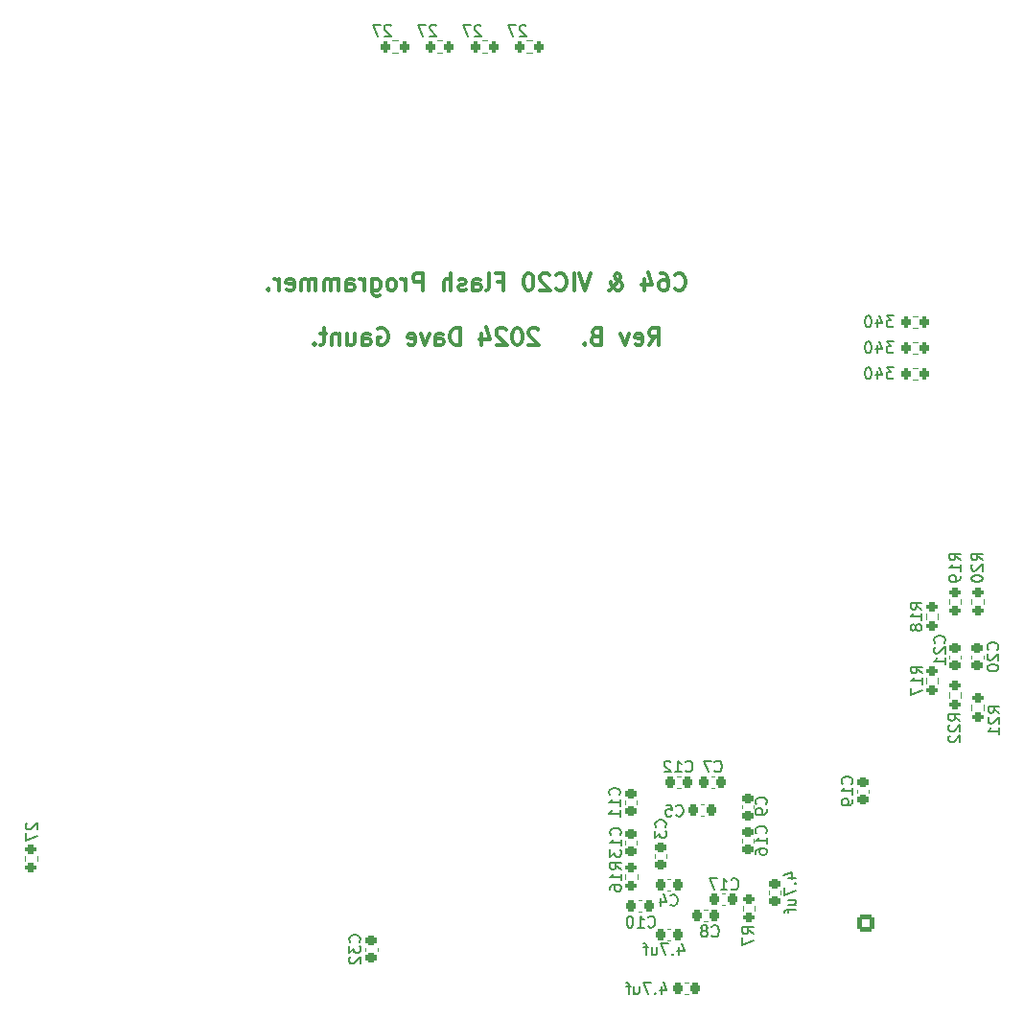
<source format=gbo>
G04 #@! TF.GenerationSoftware,KiCad,Pcbnew,9.0.7*
G04 #@! TF.CreationDate,2026-02-02T16:02:05+11:00*
G04 #@! TF.ProjectId,FlashCartProgrammer,466c6173-6843-4617-9274-50726f677261,rev?*
G04 #@! TF.SameCoordinates,Original*
G04 #@! TF.FileFunction,Legend,Bot*
G04 #@! TF.FilePolarity,Positive*
%FSLAX46Y46*%
G04 Gerber Fmt 4.6, Leading zero omitted, Abs format (unit mm)*
G04 Created by KiCad (PCBNEW 9.0.7) date 2026-02-02 16:02:05*
%MOMM*%
%LPD*%
G01*
G04 APERTURE LIST*
G04 Aperture macros list*
%AMRoundRect*
0 Rectangle with rounded corners*
0 $1 Rounding radius*
0 $2 $3 $4 $5 $6 $7 $8 $9 X,Y pos of 4 corners*
0 Add a 4 corners polygon primitive as box body*
4,1,4,$2,$3,$4,$5,$6,$7,$8,$9,$2,$3,0*
0 Add four circle primitives for the rounded corners*
1,1,$1+$1,$2,$3*
1,1,$1+$1,$4,$5*
1,1,$1+$1,$6,$7*
1,1,$1+$1,$8,$9*
0 Add four rect primitives between the rounded corners*
20,1,$1+$1,$2,$3,$4,$5,0*
20,1,$1+$1,$4,$5,$6,$7,0*
20,1,$1+$1,$6,$7,$8,$9,0*
20,1,$1+$1,$8,$9,$2,$3,0*%
G04 Aperture macros list end*
%ADD10C,0.300000*%
%ADD11C,0.150000*%
%ADD12C,0.120000*%
%ADD13C,4.770000*%
%ADD14R,1.785000X1.785000*%
%ADD15C,1.785000*%
%ADD16R,1.700000X1.700000*%
%ADD17C,1.700000*%
%ADD18C,3.500000*%
%ADD19C,0.425000*%
%ADD20RoundRect,0.250000X-0.550000X-0.550000X0.550000X-0.550000X0.550000X0.550000X-0.550000X0.550000X0*%
%ADD21C,1.600000*%
%ADD22R,2.130000X2.130000*%
%ADD23C,2.130000*%
%ADD24C,5.000000*%
%ADD25C,1.750000*%
%ADD26R,1.500000X1.600000*%
%ADD27C,3.000000*%
%ADD28R,2.000000X1.440000*%
%ADD29O,2.000000X1.440000*%
%ADD30RoundRect,0.225000X0.250000X-0.225000X0.250000X0.225000X-0.250000X0.225000X-0.250000X-0.225000X0*%
%ADD31RoundRect,0.225000X-0.250000X0.225000X-0.250000X-0.225000X0.250000X-0.225000X0.250000X0.225000X0*%
%ADD32RoundRect,0.200000X0.200000X0.275000X-0.200000X0.275000X-0.200000X-0.275000X0.200000X-0.275000X0*%
%ADD33RoundRect,0.200000X0.275000X-0.200000X0.275000X0.200000X-0.275000X0.200000X-0.275000X-0.200000X0*%
%ADD34RoundRect,0.225000X-0.225000X-0.250000X0.225000X-0.250000X0.225000X0.250000X-0.225000X0.250000X0*%
%ADD35RoundRect,0.200000X-0.275000X0.200000X-0.275000X-0.200000X0.275000X-0.200000X0.275000X0.200000X0*%
%ADD36RoundRect,0.225000X0.225000X0.250000X-0.225000X0.250000X-0.225000X-0.250000X0.225000X-0.250000X0*%
G04 APERTURE END LIST*
D10*
X162298346Y-82548139D02*
X162369774Y-82619568D01*
X162369774Y-82619568D02*
X162584060Y-82690996D01*
X162584060Y-82690996D02*
X162726917Y-82690996D01*
X162726917Y-82690996D02*
X162941203Y-82619568D01*
X162941203Y-82619568D02*
X163084060Y-82476710D01*
X163084060Y-82476710D02*
X163155489Y-82333853D01*
X163155489Y-82333853D02*
X163226917Y-82048139D01*
X163226917Y-82048139D02*
X163226917Y-81833853D01*
X163226917Y-81833853D02*
X163155489Y-81548139D01*
X163155489Y-81548139D02*
X163084060Y-81405282D01*
X163084060Y-81405282D02*
X162941203Y-81262425D01*
X162941203Y-81262425D02*
X162726917Y-81190996D01*
X162726917Y-81190996D02*
X162584060Y-81190996D01*
X162584060Y-81190996D02*
X162369774Y-81262425D01*
X162369774Y-81262425D02*
X162298346Y-81333853D01*
X161012632Y-81190996D02*
X161298346Y-81190996D01*
X161298346Y-81190996D02*
X161441203Y-81262425D01*
X161441203Y-81262425D02*
X161512632Y-81333853D01*
X161512632Y-81333853D02*
X161655489Y-81548139D01*
X161655489Y-81548139D02*
X161726917Y-81833853D01*
X161726917Y-81833853D02*
X161726917Y-82405282D01*
X161726917Y-82405282D02*
X161655489Y-82548139D01*
X161655489Y-82548139D02*
X161584060Y-82619568D01*
X161584060Y-82619568D02*
X161441203Y-82690996D01*
X161441203Y-82690996D02*
X161155489Y-82690996D01*
X161155489Y-82690996D02*
X161012632Y-82619568D01*
X161012632Y-82619568D02*
X160941203Y-82548139D01*
X160941203Y-82548139D02*
X160869774Y-82405282D01*
X160869774Y-82405282D02*
X160869774Y-82048139D01*
X160869774Y-82048139D02*
X160941203Y-81905282D01*
X160941203Y-81905282D02*
X161012632Y-81833853D01*
X161012632Y-81833853D02*
X161155489Y-81762425D01*
X161155489Y-81762425D02*
X161441203Y-81762425D01*
X161441203Y-81762425D02*
X161584060Y-81833853D01*
X161584060Y-81833853D02*
X161655489Y-81905282D01*
X161655489Y-81905282D02*
X161726917Y-82048139D01*
X159584061Y-81690996D02*
X159584061Y-82690996D01*
X159941203Y-81119568D02*
X160298346Y-82190996D01*
X160298346Y-82190996D02*
X159369775Y-82190996D01*
X156441204Y-82690996D02*
X156512633Y-82690996D01*
X156512633Y-82690996D02*
X156655490Y-82619568D01*
X156655490Y-82619568D02*
X156869775Y-82405282D01*
X156869775Y-82405282D02*
X157226918Y-81976710D01*
X157226918Y-81976710D02*
X157369775Y-81762425D01*
X157369775Y-81762425D02*
X157441204Y-81548139D01*
X157441204Y-81548139D02*
X157441204Y-81405282D01*
X157441204Y-81405282D02*
X157369775Y-81262425D01*
X157369775Y-81262425D02*
X157226918Y-81190996D01*
X157226918Y-81190996D02*
X157155490Y-81190996D01*
X157155490Y-81190996D02*
X157012633Y-81262425D01*
X157012633Y-81262425D02*
X156941204Y-81405282D01*
X156941204Y-81405282D02*
X156941204Y-81476710D01*
X156941204Y-81476710D02*
X157012633Y-81619568D01*
X157012633Y-81619568D02*
X157084061Y-81690996D01*
X157084061Y-81690996D02*
X157512633Y-81976710D01*
X157512633Y-81976710D02*
X157584061Y-82048139D01*
X157584061Y-82048139D02*
X157655490Y-82190996D01*
X157655490Y-82190996D02*
X157655490Y-82405282D01*
X157655490Y-82405282D02*
X157584061Y-82548139D01*
X157584061Y-82548139D02*
X157512633Y-82619568D01*
X157512633Y-82619568D02*
X157369775Y-82690996D01*
X157369775Y-82690996D02*
X157155490Y-82690996D01*
X157155490Y-82690996D02*
X157012633Y-82619568D01*
X157012633Y-82619568D02*
X156941204Y-82548139D01*
X156941204Y-82548139D02*
X156726918Y-82262425D01*
X156726918Y-82262425D02*
X156655490Y-82048139D01*
X156655490Y-82048139D02*
X156655490Y-81905282D01*
X154869775Y-81190996D02*
X154369775Y-82690996D01*
X154369775Y-82690996D02*
X153869775Y-81190996D01*
X153369776Y-82690996D02*
X153369776Y-81190996D01*
X151798347Y-82548139D02*
X151869775Y-82619568D01*
X151869775Y-82619568D02*
X152084061Y-82690996D01*
X152084061Y-82690996D02*
X152226918Y-82690996D01*
X152226918Y-82690996D02*
X152441204Y-82619568D01*
X152441204Y-82619568D02*
X152584061Y-82476710D01*
X152584061Y-82476710D02*
X152655490Y-82333853D01*
X152655490Y-82333853D02*
X152726918Y-82048139D01*
X152726918Y-82048139D02*
X152726918Y-81833853D01*
X152726918Y-81833853D02*
X152655490Y-81548139D01*
X152655490Y-81548139D02*
X152584061Y-81405282D01*
X152584061Y-81405282D02*
X152441204Y-81262425D01*
X152441204Y-81262425D02*
X152226918Y-81190996D01*
X152226918Y-81190996D02*
X152084061Y-81190996D01*
X152084061Y-81190996D02*
X151869775Y-81262425D01*
X151869775Y-81262425D02*
X151798347Y-81333853D01*
X151226918Y-81333853D02*
X151155490Y-81262425D01*
X151155490Y-81262425D02*
X151012633Y-81190996D01*
X151012633Y-81190996D02*
X150655490Y-81190996D01*
X150655490Y-81190996D02*
X150512633Y-81262425D01*
X150512633Y-81262425D02*
X150441204Y-81333853D01*
X150441204Y-81333853D02*
X150369775Y-81476710D01*
X150369775Y-81476710D02*
X150369775Y-81619568D01*
X150369775Y-81619568D02*
X150441204Y-81833853D01*
X150441204Y-81833853D02*
X151298347Y-82690996D01*
X151298347Y-82690996D02*
X150369775Y-82690996D01*
X149441204Y-81190996D02*
X149298347Y-81190996D01*
X149298347Y-81190996D02*
X149155490Y-81262425D01*
X149155490Y-81262425D02*
X149084062Y-81333853D01*
X149084062Y-81333853D02*
X149012633Y-81476710D01*
X149012633Y-81476710D02*
X148941204Y-81762425D01*
X148941204Y-81762425D02*
X148941204Y-82119568D01*
X148941204Y-82119568D02*
X149012633Y-82405282D01*
X149012633Y-82405282D02*
X149084062Y-82548139D01*
X149084062Y-82548139D02*
X149155490Y-82619568D01*
X149155490Y-82619568D02*
X149298347Y-82690996D01*
X149298347Y-82690996D02*
X149441204Y-82690996D01*
X149441204Y-82690996D02*
X149584062Y-82619568D01*
X149584062Y-82619568D02*
X149655490Y-82548139D01*
X149655490Y-82548139D02*
X149726919Y-82405282D01*
X149726919Y-82405282D02*
X149798347Y-82119568D01*
X149798347Y-82119568D02*
X149798347Y-81762425D01*
X149798347Y-81762425D02*
X149726919Y-81476710D01*
X149726919Y-81476710D02*
X149655490Y-81333853D01*
X149655490Y-81333853D02*
X149584062Y-81262425D01*
X149584062Y-81262425D02*
X149441204Y-81190996D01*
X146655491Y-81905282D02*
X147155491Y-81905282D01*
X147155491Y-82690996D02*
X147155491Y-81190996D01*
X147155491Y-81190996D02*
X146441205Y-81190996D01*
X145655491Y-82690996D02*
X145798348Y-82619568D01*
X145798348Y-82619568D02*
X145869777Y-82476710D01*
X145869777Y-82476710D02*
X145869777Y-81190996D01*
X144441206Y-82690996D02*
X144441206Y-81905282D01*
X144441206Y-81905282D02*
X144512634Y-81762425D01*
X144512634Y-81762425D02*
X144655491Y-81690996D01*
X144655491Y-81690996D02*
X144941206Y-81690996D01*
X144941206Y-81690996D02*
X145084063Y-81762425D01*
X144441206Y-82619568D02*
X144584063Y-82690996D01*
X144584063Y-82690996D02*
X144941206Y-82690996D01*
X144941206Y-82690996D02*
X145084063Y-82619568D01*
X145084063Y-82619568D02*
X145155491Y-82476710D01*
X145155491Y-82476710D02*
X145155491Y-82333853D01*
X145155491Y-82333853D02*
X145084063Y-82190996D01*
X145084063Y-82190996D02*
X144941206Y-82119568D01*
X144941206Y-82119568D02*
X144584063Y-82119568D01*
X144584063Y-82119568D02*
X144441206Y-82048139D01*
X143798348Y-82619568D02*
X143655491Y-82690996D01*
X143655491Y-82690996D02*
X143369777Y-82690996D01*
X143369777Y-82690996D02*
X143226920Y-82619568D01*
X143226920Y-82619568D02*
X143155491Y-82476710D01*
X143155491Y-82476710D02*
X143155491Y-82405282D01*
X143155491Y-82405282D02*
X143226920Y-82262425D01*
X143226920Y-82262425D02*
X143369777Y-82190996D01*
X143369777Y-82190996D02*
X143584063Y-82190996D01*
X143584063Y-82190996D02*
X143726920Y-82119568D01*
X143726920Y-82119568D02*
X143798348Y-81976710D01*
X143798348Y-81976710D02*
X143798348Y-81905282D01*
X143798348Y-81905282D02*
X143726920Y-81762425D01*
X143726920Y-81762425D02*
X143584063Y-81690996D01*
X143584063Y-81690996D02*
X143369777Y-81690996D01*
X143369777Y-81690996D02*
X143226920Y-81762425D01*
X142512634Y-82690996D02*
X142512634Y-81190996D01*
X141869777Y-82690996D02*
X141869777Y-81905282D01*
X141869777Y-81905282D02*
X141941205Y-81762425D01*
X141941205Y-81762425D02*
X142084062Y-81690996D01*
X142084062Y-81690996D02*
X142298348Y-81690996D01*
X142298348Y-81690996D02*
X142441205Y-81762425D01*
X142441205Y-81762425D02*
X142512634Y-81833853D01*
X140012634Y-82690996D02*
X140012634Y-81190996D01*
X140012634Y-81190996D02*
X139441205Y-81190996D01*
X139441205Y-81190996D02*
X139298348Y-81262425D01*
X139298348Y-81262425D02*
X139226919Y-81333853D01*
X139226919Y-81333853D02*
X139155491Y-81476710D01*
X139155491Y-81476710D02*
X139155491Y-81690996D01*
X139155491Y-81690996D02*
X139226919Y-81833853D01*
X139226919Y-81833853D02*
X139298348Y-81905282D01*
X139298348Y-81905282D02*
X139441205Y-81976710D01*
X139441205Y-81976710D02*
X140012634Y-81976710D01*
X138512634Y-82690996D02*
X138512634Y-81690996D01*
X138512634Y-81976710D02*
X138441205Y-81833853D01*
X138441205Y-81833853D02*
X138369777Y-81762425D01*
X138369777Y-81762425D02*
X138226919Y-81690996D01*
X138226919Y-81690996D02*
X138084062Y-81690996D01*
X137369777Y-82690996D02*
X137512634Y-82619568D01*
X137512634Y-82619568D02*
X137584063Y-82548139D01*
X137584063Y-82548139D02*
X137655491Y-82405282D01*
X137655491Y-82405282D02*
X137655491Y-81976710D01*
X137655491Y-81976710D02*
X137584063Y-81833853D01*
X137584063Y-81833853D02*
X137512634Y-81762425D01*
X137512634Y-81762425D02*
X137369777Y-81690996D01*
X137369777Y-81690996D02*
X137155491Y-81690996D01*
X137155491Y-81690996D02*
X137012634Y-81762425D01*
X137012634Y-81762425D02*
X136941206Y-81833853D01*
X136941206Y-81833853D02*
X136869777Y-81976710D01*
X136869777Y-81976710D02*
X136869777Y-82405282D01*
X136869777Y-82405282D02*
X136941206Y-82548139D01*
X136941206Y-82548139D02*
X137012634Y-82619568D01*
X137012634Y-82619568D02*
X137155491Y-82690996D01*
X137155491Y-82690996D02*
X137369777Y-82690996D01*
X135584063Y-81690996D02*
X135584063Y-82905282D01*
X135584063Y-82905282D02*
X135655491Y-83048139D01*
X135655491Y-83048139D02*
X135726920Y-83119568D01*
X135726920Y-83119568D02*
X135869777Y-83190996D01*
X135869777Y-83190996D02*
X136084063Y-83190996D01*
X136084063Y-83190996D02*
X136226920Y-83119568D01*
X135584063Y-82619568D02*
X135726920Y-82690996D01*
X135726920Y-82690996D02*
X136012634Y-82690996D01*
X136012634Y-82690996D02*
X136155491Y-82619568D01*
X136155491Y-82619568D02*
X136226920Y-82548139D01*
X136226920Y-82548139D02*
X136298348Y-82405282D01*
X136298348Y-82405282D02*
X136298348Y-81976710D01*
X136298348Y-81976710D02*
X136226920Y-81833853D01*
X136226920Y-81833853D02*
X136155491Y-81762425D01*
X136155491Y-81762425D02*
X136012634Y-81690996D01*
X136012634Y-81690996D02*
X135726920Y-81690996D01*
X135726920Y-81690996D02*
X135584063Y-81762425D01*
X134869777Y-82690996D02*
X134869777Y-81690996D01*
X134869777Y-81976710D02*
X134798348Y-81833853D01*
X134798348Y-81833853D02*
X134726920Y-81762425D01*
X134726920Y-81762425D02*
X134584062Y-81690996D01*
X134584062Y-81690996D02*
X134441205Y-81690996D01*
X133298349Y-82690996D02*
X133298349Y-81905282D01*
X133298349Y-81905282D02*
X133369777Y-81762425D01*
X133369777Y-81762425D02*
X133512634Y-81690996D01*
X133512634Y-81690996D02*
X133798349Y-81690996D01*
X133798349Y-81690996D02*
X133941206Y-81762425D01*
X133298349Y-82619568D02*
X133441206Y-82690996D01*
X133441206Y-82690996D02*
X133798349Y-82690996D01*
X133798349Y-82690996D02*
X133941206Y-82619568D01*
X133941206Y-82619568D02*
X134012634Y-82476710D01*
X134012634Y-82476710D02*
X134012634Y-82333853D01*
X134012634Y-82333853D02*
X133941206Y-82190996D01*
X133941206Y-82190996D02*
X133798349Y-82119568D01*
X133798349Y-82119568D02*
X133441206Y-82119568D01*
X133441206Y-82119568D02*
X133298349Y-82048139D01*
X132584063Y-82690996D02*
X132584063Y-81690996D01*
X132584063Y-81833853D02*
X132512634Y-81762425D01*
X132512634Y-81762425D02*
X132369777Y-81690996D01*
X132369777Y-81690996D02*
X132155491Y-81690996D01*
X132155491Y-81690996D02*
X132012634Y-81762425D01*
X132012634Y-81762425D02*
X131941206Y-81905282D01*
X131941206Y-81905282D02*
X131941206Y-82690996D01*
X131941206Y-81905282D02*
X131869777Y-81762425D01*
X131869777Y-81762425D02*
X131726920Y-81690996D01*
X131726920Y-81690996D02*
X131512634Y-81690996D01*
X131512634Y-81690996D02*
X131369777Y-81762425D01*
X131369777Y-81762425D02*
X131298348Y-81905282D01*
X131298348Y-81905282D02*
X131298348Y-82690996D01*
X130584063Y-82690996D02*
X130584063Y-81690996D01*
X130584063Y-81833853D02*
X130512634Y-81762425D01*
X130512634Y-81762425D02*
X130369777Y-81690996D01*
X130369777Y-81690996D02*
X130155491Y-81690996D01*
X130155491Y-81690996D02*
X130012634Y-81762425D01*
X130012634Y-81762425D02*
X129941206Y-81905282D01*
X129941206Y-81905282D02*
X129941206Y-82690996D01*
X129941206Y-81905282D02*
X129869777Y-81762425D01*
X129869777Y-81762425D02*
X129726920Y-81690996D01*
X129726920Y-81690996D02*
X129512634Y-81690996D01*
X129512634Y-81690996D02*
X129369777Y-81762425D01*
X129369777Y-81762425D02*
X129298348Y-81905282D01*
X129298348Y-81905282D02*
X129298348Y-82690996D01*
X128012634Y-82619568D02*
X128155491Y-82690996D01*
X128155491Y-82690996D02*
X128441206Y-82690996D01*
X128441206Y-82690996D02*
X128584063Y-82619568D01*
X128584063Y-82619568D02*
X128655491Y-82476710D01*
X128655491Y-82476710D02*
X128655491Y-81905282D01*
X128655491Y-81905282D02*
X128584063Y-81762425D01*
X128584063Y-81762425D02*
X128441206Y-81690996D01*
X128441206Y-81690996D02*
X128155491Y-81690996D01*
X128155491Y-81690996D02*
X128012634Y-81762425D01*
X128012634Y-81762425D02*
X127941206Y-81905282D01*
X127941206Y-81905282D02*
X127941206Y-82048139D01*
X127941206Y-82048139D02*
X128655491Y-82190996D01*
X127298349Y-82690996D02*
X127298349Y-81690996D01*
X127298349Y-81976710D02*
X127226920Y-81833853D01*
X127226920Y-81833853D02*
X127155492Y-81762425D01*
X127155492Y-81762425D02*
X127012634Y-81690996D01*
X127012634Y-81690996D02*
X126869777Y-81690996D01*
X126369778Y-82548139D02*
X126298349Y-82619568D01*
X126298349Y-82619568D02*
X126369778Y-82690996D01*
X126369778Y-82690996D02*
X126441206Y-82619568D01*
X126441206Y-82619568D02*
X126369778Y-82548139D01*
X126369778Y-82548139D02*
X126369778Y-82690996D01*
X160012632Y-87520828D02*
X160512632Y-86806542D01*
X160869775Y-87520828D02*
X160869775Y-86020828D01*
X160869775Y-86020828D02*
X160298346Y-86020828D01*
X160298346Y-86020828D02*
X160155489Y-86092257D01*
X160155489Y-86092257D02*
X160084060Y-86163685D01*
X160084060Y-86163685D02*
X160012632Y-86306542D01*
X160012632Y-86306542D02*
X160012632Y-86520828D01*
X160012632Y-86520828D02*
X160084060Y-86663685D01*
X160084060Y-86663685D02*
X160155489Y-86735114D01*
X160155489Y-86735114D02*
X160298346Y-86806542D01*
X160298346Y-86806542D02*
X160869775Y-86806542D01*
X158798346Y-87449400D02*
X158941203Y-87520828D01*
X158941203Y-87520828D02*
X159226918Y-87520828D01*
X159226918Y-87520828D02*
X159369775Y-87449400D01*
X159369775Y-87449400D02*
X159441203Y-87306542D01*
X159441203Y-87306542D02*
X159441203Y-86735114D01*
X159441203Y-86735114D02*
X159369775Y-86592257D01*
X159369775Y-86592257D02*
X159226918Y-86520828D01*
X159226918Y-86520828D02*
X158941203Y-86520828D01*
X158941203Y-86520828D02*
X158798346Y-86592257D01*
X158798346Y-86592257D02*
X158726918Y-86735114D01*
X158726918Y-86735114D02*
X158726918Y-86877971D01*
X158726918Y-86877971D02*
X159441203Y-87020828D01*
X158226918Y-86520828D02*
X157869775Y-87520828D01*
X157869775Y-87520828D02*
X157512632Y-86520828D01*
X155298347Y-86735114D02*
X155084061Y-86806542D01*
X155084061Y-86806542D02*
X155012632Y-86877971D01*
X155012632Y-86877971D02*
X154941204Y-87020828D01*
X154941204Y-87020828D02*
X154941204Y-87235114D01*
X154941204Y-87235114D02*
X155012632Y-87377971D01*
X155012632Y-87377971D02*
X155084061Y-87449400D01*
X155084061Y-87449400D02*
X155226918Y-87520828D01*
X155226918Y-87520828D02*
X155798347Y-87520828D01*
X155798347Y-87520828D02*
X155798347Y-86020828D01*
X155798347Y-86020828D02*
X155298347Y-86020828D01*
X155298347Y-86020828D02*
X155155490Y-86092257D01*
X155155490Y-86092257D02*
X155084061Y-86163685D01*
X155084061Y-86163685D02*
X155012632Y-86306542D01*
X155012632Y-86306542D02*
X155012632Y-86449400D01*
X155012632Y-86449400D02*
X155084061Y-86592257D01*
X155084061Y-86592257D02*
X155155490Y-86663685D01*
X155155490Y-86663685D02*
X155298347Y-86735114D01*
X155298347Y-86735114D02*
X155798347Y-86735114D01*
X154298347Y-87377971D02*
X154226918Y-87449400D01*
X154226918Y-87449400D02*
X154298347Y-87520828D01*
X154298347Y-87520828D02*
X154369775Y-87449400D01*
X154369775Y-87449400D02*
X154298347Y-87377971D01*
X154298347Y-87377971D02*
X154298347Y-87520828D01*
X150226918Y-86163685D02*
X150155490Y-86092257D01*
X150155490Y-86092257D02*
X150012633Y-86020828D01*
X150012633Y-86020828D02*
X149655490Y-86020828D01*
X149655490Y-86020828D02*
X149512633Y-86092257D01*
X149512633Y-86092257D02*
X149441204Y-86163685D01*
X149441204Y-86163685D02*
X149369775Y-86306542D01*
X149369775Y-86306542D02*
X149369775Y-86449400D01*
X149369775Y-86449400D02*
X149441204Y-86663685D01*
X149441204Y-86663685D02*
X150298347Y-87520828D01*
X150298347Y-87520828D02*
X149369775Y-87520828D01*
X148441204Y-86020828D02*
X148298347Y-86020828D01*
X148298347Y-86020828D02*
X148155490Y-86092257D01*
X148155490Y-86092257D02*
X148084062Y-86163685D01*
X148084062Y-86163685D02*
X148012633Y-86306542D01*
X148012633Y-86306542D02*
X147941204Y-86592257D01*
X147941204Y-86592257D02*
X147941204Y-86949400D01*
X147941204Y-86949400D02*
X148012633Y-87235114D01*
X148012633Y-87235114D02*
X148084062Y-87377971D01*
X148084062Y-87377971D02*
X148155490Y-87449400D01*
X148155490Y-87449400D02*
X148298347Y-87520828D01*
X148298347Y-87520828D02*
X148441204Y-87520828D01*
X148441204Y-87520828D02*
X148584062Y-87449400D01*
X148584062Y-87449400D02*
X148655490Y-87377971D01*
X148655490Y-87377971D02*
X148726919Y-87235114D01*
X148726919Y-87235114D02*
X148798347Y-86949400D01*
X148798347Y-86949400D02*
X148798347Y-86592257D01*
X148798347Y-86592257D02*
X148726919Y-86306542D01*
X148726919Y-86306542D02*
X148655490Y-86163685D01*
X148655490Y-86163685D02*
X148584062Y-86092257D01*
X148584062Y-86092257D02*
X148441204Y-86020828D01*
X147369776Y-86163685D02*
X147298348Y-86092257D01*
X147298348Y-86092257D02*
X147155491Y-86020828D01*
X147155491Y-86020828D02*
X146798348Y-86020828D01*
X146798348Y-86020828D02*
X146655491Y-86092257D01*
X146655491Y-86092257D02*
X146584062Y-86163685D01*
X146584062Y-86163685D02*
X146512633Y-86306542D01*
X146512633Y-86306542D02*
X146512633Y-86449400D01*
X146512633Y-86449400D02*
X146584062Y-86663685D01*
X146584062Y-86663685D02*
X147441205Y-87520828D01*
X147441205Y-87520828D02*
X146512633Y-87520828D01*
X145226920Y-86520828D02*
X145226920Y-87520828D01*
X145584062Y-85949400D02*
X145941205Y-87020828D01*
X145941205Y-87020828D02*
X145012634Y-87020828D01*
X143298349Y-87520828D02*
X143298349Y-86020828D01*
X143298349Y-86020828D02*
X142941206Y-86020828D01*
X142941206Y-86020828D02*
X142726920Y-86092257D01*
X142726920Y-86092257D02*
X142584063Y-86235114D01*
X142584063Y-86235114D02*
X142512634Y-86377971D01*
X142512634Y-86377971D02*
X142441206Y-86663685D01*
X142441206Y-86663685D02*
X142441206Y-86877971D01*
X142441206Y-86877971D02*
X142512634Y-87163685D01*
X142512634Y-87163685D02*
X142584063Y-87306542D01*
X142584063Y-87306542D02*
X142726920Y-87449400D01*
X142726920Y-87449400D02*
X142941206Y-87520828D01*
X142941206Y-87520828D02*
X143298349Y-87520828D01*
X141155492Y-87520828D02*
X141155492Y-86735114D01*
X141155492Y-86735114D02*
X141226920Y-86592257D01*
X141226920Y-86592257D02*
X141369777Y-86520828D01*
X141369777Y-86520828D02*
X141655492Y-86520828D01*
X141655492Y-86520828D02*
X141798349Y-86592257D01*
X141155492Y-87449400D02*
X141298349Y-87520828D01*
X141298349Y-87520828D02*
X141655492Y-87520828D01*
X141655492Y-87520828D02*
X141798349Y-87449400D01*
X141798349Y-87449400D02*
X141869777Y-87306542D01*
X141869777Y-87306542D02*
X141869777Y-87163685D01*
X141869777Y-87163685D02*
X141798349Y-87020828D01*
X141798349Y-87020828D02*
X141655492Y-86949400D01*
X141655492Y-86949400D02*
X141298349Y-86949400D01*
X141298349Y-86949400D02*
X141155492Y-86877971D01*
X140584063Y-86520828D02*
X140226920Y-87520828D01*
X140226920Y-87520828D02*
X139869777Y-86520828D01*
X138726920Y-87449400D02*
X138869777Y-87520828D01*
X138869777Y-87520828D02*
X139155492Y-87520828D01*
X139155492Y-87520828D02*
X139298349Y-87449400D01*
X139298349Y-87449400D02*
X139369777Y-87306542D01*
X139369777Y-87306542D02*
X139369777Y-86735114D01*
X139369777Y-86735114D02*
X139298349Y-86592257D01*
X139298349Y-86592257D02*
X139155492Y-86520828D01*
X139155492Y-86520828D02*
X138869777Y-86520828D01*
X138869777Y-86520828D02*
X138726920Y-86592257D01*
X138726920Y-86592257D02*
X138655492Y-86735114D01*
X138655492Y-86735114D02*
X138655492Y-86877971D01*
X138655492Y-86877971D02*
X139369777Y-87020828D01*
X136084063Y-86092257D02*
X136226921Y-86020828D01*
X136226921Y-86020828D02*
X136441206Y-86020828D01*
X136441206Y-86020828D02*
X136655492Y-86092257D01*
X136655492Y-86092257D02*
X136798349Y-86235114D01*
X136798349Y-86235114D02*
X136869778Y-86377971D01*
X136869778Y-86377971D02*
X136941206Y-86663685D01*
X136941206Y-86663685D02*
X136941206Y-86877971D01*
X136941206Y-86877971D02*
X136869778Y-87163685D01*
X136869778Y-87163685D02*
X136798349Y-87306542D01*
X136798349Y-87306542D02*
X136655492Y-87449400D01*
X136655492Y-87449400D02*
X136441206Y-87520828D01*
X136441206Y-87520828D02*
X136298349Y-87520828D01*
X136298349Y-87520828D02*
X136084063Y-87449400D01*
X136084063Y-87449400D02*
X136012635Y-87377971D01*
X136012635Y-87377971D02*
X136012635Y-86877971D01*
X136012635Y-86877971D02*
X136298349Y-86877971D01*
X134726921Y-87520828D02*
X134726921Y-86735114D01*
X134726921Y-86735114D02*
X134798349Y-86592257D01*
X134798349Y-86592257D02*
X134941206Y-86520828D01*
X134941206Y-86520828D02*
X135226921Y-86520828D01*
X135226921Y-86520828D02*
X135369778Y-86592257D01*
X134726921Y-87449400D02*
X134869778Y-87520828D01*
X134869778Y-87520828D02*
X135226921Y-87520828D01*
X135226921Y-87520828D02*
X135369778Y-87449400D01*
X135369778Y-87449400D02*
X135441206Y-87306542D01*
X135441206Y-87306542D02*
X135441206Y-87163685D01*
X135441206Y-87163685D02*
X135369778Y-87020828D01*
X135369778Y-87020828D02*
X135226921Y-86949400D01*
X135226921Y-86949400D02*
X134869778Y-86949400D01*
X134869778Y-86949400D02*
X134726921Y-86877971D01*
X133369778Y-86520828D02*
X133369778Y-87520828D01*
X134012635Y-86520828D02*
X134012635Y-87306542D01*
X134012635Y-87306542D02*
X133941206Y-87449400D01*
X133941206Y-87449400D02*
X133798349Y-87520828D01*
X133798349Y-87520828D02*
X133584063Y-87520828D01*
X133584063Y-87520828D02*
X133441206Y-87449400D01*
X133441206Y-87449400D02*
X133369778Y-87377971D01*
X132655492Y-86520828D02*
X132655492Y-87520828D01*
X132655492Y-86663685D02*
X132584063Y-86592257D01*
X132584063Y-86592257D02*
X132441206Y-86520828D01*
X132441206Y-86520828D02*
X132226920Y-86520828D01*
X132226920Y-86520828D02*
X132084063Y-86592257D01*
X132084063Y-86592257D02*
X132012635Y-86735114D01*
X132012635Y-86735114D02*
X132012635Y-87520828D01*
X131512634Y-86520828D02*
X130941206Y-86520828D01*
X131298349Y-86020828D02*
X131298349Y-87306542D01*
X131298349Y-87306542D02*
X131226920Y-87449400D01*
X131226920Y-87449400D02*
X131084063Y-87520828D01*
X131084063Y-87520828D02*
X130941206Y-87520828D01*
X130441206Y-87377971D02*
X130369777Y-87449400D01*
X130369777Y-87449400D02*
X130441206Y-87520828D01*
X130441206Y-87520828D02*
X130512634Y-87449400D01*
X130512634Y-87449400D02*
X130441206Y-87377971D01*
X130441206Y-87377971D02*
X130441206Y-87520828D01*
D11*
X172278187Y-134577958D02*
X172944854Y-134577958D01*
X171897235Y-134339863D02*
X172611520Y-134101768D01*
X172611520Y-134101768D02*
X172611520Y-134720815D01*
X172849615Y-135101768D02*
X172897235Y-135149387D01*
X172897235Y-135149387D02*
X172944854Y-135101768D01*
X172944854Y-135101768D02*
X172897235Y-135054149D01*
X172897235Y-135054149D02*
X172849615Y-135101768D01*
X172849615Y-135101768D02*
X172944854Y-135101768D01*
X171944854Y-135482720D02*
X171944854Y-136149386D01*
X171944854Y-136149386D02*
X172944854Y-135720815D01*
X172278187Y-136958910D02*
X172944854Y-136958910D01*
X172278187Y-136530339D02*
X172801996Y-136530339D01*
X172801996Y-136530339D02*
X172897235Y-136577958D01*
X172897235Y-136577958D02*
X172944854Y-136673196D01*
X172944854Y-136673196D02*
X172944854Y-136816053D01*
X172944854Y-136816053D02*
X172897235Y-136911291D01*
X172897235Y-136911291D02*
X172849615Y-136958910D01*
X172278187Y-137292244D02*
X172278187Y-137673196D01*
X172944854Y-137435101D02*
X172087711Y-137435101D01*
X172087711Y-137435101D02*
X171992473Y-137482720D01*
X171992473Y-137482720D02*
X171944854Y-137577958D01*
X171944854Y-137577958D02*
X171944854Y-137673196D01*
X170299615Y-128073196D02*
X170347235Y-128025577D01*
X170347235Y-128025577D02*
X170394854Y-127882720D01*
X170394854Y-127882720D02*
X170394854Y-127787482D01*
X170394854Y-127787482D02*
X170347235Y-127644625D01*
X170347235Y-127644625D02*
X170251996Y-127549387D01*
X170251996Y-127549387D02*
X170156758Y-127501768D01*
X170156758Y-127501768D02*
X169966282Y-127454149D01*
X169966282Y-127454149D02*
X169823425Y-127454149D01*
X169823425Y-127454149D02*
X169632949Y-127501768D01*
X169632949Y-127501768D02*
X169537711Y-127549387D01*
X169537711Y-127549387D02*
X169442473Y-127644625D01*
X169442473Y-127644625D02*
X169394854Y-127787482D01*
X169394854Y-127787482D02*
X169394854Y-127882720D01*
X169394854Y-127882720D02*
X169442473Y-128025577D01*
X169442473Y-128025577D02*
X169490092Y-128073196D01*
X170394854Y-128549387D02*
X170394854Y-128739863D01*
X170394854Y-128739863D02*
X170347235Y-128835101D01*
X170347235Y-128835101D02*
X170299615Y-128882720D01*
X170299615Y-128882720D02*
X170156758Y-128977958D01*
X170156758Y-128977958D02*
X169966282Y-129025577D01*
X169966282Y-129025577D02*
X169585330Y-129025577D01*
X169585330Y-129025577D02*
X169490092Y-128977958D01*
X169490092Y-128977958D02*
X169442473Y-128930339D01*
X169442473Y-128930339D02*
X169394854Y-128835101D01*
X169394854Y-128835101D02*
X169394854Y-128644625D01*
X169394854Y-128644625D02*
X169442473Y-128549387D01*
X169442473Y-128549387D02*
X169490092Y-128501768D01*
X169490092Y-128501768D02*
X169585330Y-128454149D01*
X169585330Y-128454149D02*
X169823425Y-128454149D01*
X169823425Y-128454149D02*
X169918663Y-128501768D01*
X169918663Y-128501768D02*
X169966282Y-128549387D01*
X169966282Y-128549387D02*
X170013901Y-128644625D01*
X170013901Y-128644625D02*
X170013901Y-128835101D01*
X170013901Y-128835101D02*
X169966282Y-128930339D01*
X169966282Y-128930339D02*
X169918663Y-128977958D01*
X169918663Y-128977958D02*
X169823425Y-129025577D01*
X141204619Y-59338840D02*
X141157000Y-59291221D01*
X141157000Y-59291221D02*
X141061762Y-59243602D01*
X141061762Y-59243602D02*
X140823667Y-59243602D01*
X140823667Y-59243602D02*
X140728429Y-59291221D01*
X140728429Y-59291221D02*
X140680810Y-59338840D01*
X140680810Y-59338840D02*
X140633191Y-59434078D01*
X140633191Y-59434078D02*
X140633191Y-59529316D01*
X140633191Y-59529316D02*
X140680810Y-59672173D01*
X140680810Y-59672173D02*
X141252238Y-60243602D01*
X141252238Y-60243602D02*
X140633191Y-60243602D01*
X140299857Y-59243602D02*
X139633191Y-59243602D01*
X139633191Y-59243602D02*
X140061762Y-60243602D01*
X157369615Y-127272005D02*
X157417235Y-127224386D01*
X157417235Y-127224386D02*
X157464854Y-127081529D01*
X157464854Y-127081529D02*
X157464854Y-126986291D01*
X157464854Y-126986291D02*
X157417235Y-126843434D01*
X157417235Y-126843434D02*
X157321996Y-126748196D01*
X157321996Y-126748196D02*
X157226758Y-126700577D01*
X157226758Y-126700577D02*
X157036282Y-126652958D01*
X157036282Y-126652958D02*
X156893425Y-126652958D01*
X156893425Y-126652958D02*
X156702949Y-126700577D01*
X156702949Y-126700577D02*
X156607711Y-126748196D01*
X156607711Y-126748196D02*
X156512473Y-126843434D01*
X156512473Y-126843434D02*
X156464854Y-126986291D01*
X156464854Y-126986291D02*
X156464854Y-127081529D01*
X156464854Y-127081529D02*
X156512473Y-127224386D01*
X156512473Y-127224386D02*
X156560092Y-127272005D01*
X157464854Y-128224386D02*
X157464854Y-127652958D01*
X157464854Y-127938672D02*
X156464854Y-127938672D01*
X156464854Y-127938672D02*
X156607711Y-127843434D01*
X156607711Y-127843434D02*
X156702949Y-127748196D01*
X156702949Y-127748196D02*
X156750568Y-127652958D01*
X157464854Y-129176767D02*
X157464854Y-128605339D01*
X157464854Y-128891053D02*
X156464854Y-128891053D01*
X156464854Y-128891053D02*
X156607711Y-128795815D01*
X156607711Y-128795815D02*
X156702949Y-128700577D01*
X156702949Y-128700577D02*
X156750568Y-128605339D01*
X189468231Y-106522142D02*
X188992040Y-106188809D01*
X189468231Y-105950714D02*
X188468231Y-105950714D01*
X188468231Y-105950714D02*
X188468231Y-106331666D01*
X188468231Y-106331666D02*
X188515850Y-106426904D01*
X188515850Y-106426904D02*
X188563469Y-106474523D01*
X188563469Y-106474523D02*
X188658707Y-106522142D01*
X188658707Y-106522142D02*
X188801564Y-106522142D01*
X188801564Y-106522142D02*
X188896802Y-106474523D01*
X188896802Y-106474523D02*
X188944421Y-106426904D01*
X188944421Y-106426904D02*
X188992040Y-106331666D01*
X188992040Y-106331666D02*
X188992040Y-105950714D01*
X188563469Y-106903095D02*
X188515850Y-106950714D01*
X188515850Y-106950714D02*
X188468231Y-107045952D01*
X188468231Y-107045952D02*
X188468231Y-107284047D01*
X188468231Y-107284047D02*
X188515850Y-107379285D01*
X188515850Y-107379285D02*
X188563469Y-107426904D01*
X188563469Y-107426904D02*
X188658707Y-107474523D01*
X188658707Y-107474523D02*
X188753945Y-107474523D01*
X188753945Y-107474523D02*
X188896802Y-107426904D01*
X188896802Y-107426904D02*
X189468231Y-106855476D01*
X189468231Y-106855476D02*
X189468231Y-107474523D01*
X188468231Y-108093571D02*
X188468231Y-108188809D01*
X188468231Y-108188809D02*
X188515850Y-108284047D01*
X188515850Y-108284047D02*
X188563469Y-108331666D01*
X188563469Y-108331666D02*
X188658707Y-108379285D01*
X188658707Y-108379285D02*
X188849183Y-108426904D01*
X188849183Y-108426904D02*
X189087278Y-108426904D01*
X189087278Y-108426904D02*
X189277754Y-108379285D01*
X189277754Y-108379285D02*
X189372992Y-108331666D01*
X189372992Y-108331666D02*
X189420612Y-108284047D01*
X189420612Y-108284047D02*
X189468231Y-108188809D01*
X189468231Y-108188809D02*
X189468231Y-108093571D01*
X189468231Y-108093571D02*
X189420612Y-107998333D01*
X189420612Y-107998333D02*
X189372992Y-107950714D01*
X189372992Y-107950714D02*
X189277754Y-107903095D01*
X189277754Y-107903095D02*
X189087278Y-107855476D01*
X189087278Y-107855476D02*
X188849183Y-107855476D01*
X188849183Y-107855476D02*
X188658707Y-107903095D01*
X188658707Y-107903095D02*
X188563469Y-107950714D01*
X188563469Y-107950714D02*
X188515850Y-107998333D01*
X188515850Y-107998333D02*
X188468231Y-108093571D01*
X167282892Y-135549443D02*
X167330511Y-135597063D01*
X167330511Y-135597063D02*
X167473368Y-135644682D01*
X167473368Y-135644682D02*
X167568606Y-135644682D01*
X167568606Y-135644682D02*
X167711463Y-135597063D01*
X167711463Y-135597063D02*
X167806701Y-135501824D01*
X167806701Y-135501824D02*
X167854320Y-135406586D01*
X167854320Y-135406586D02*
X167901939Y-135216110D01*
X167901939Y-135216110D02*
X167901939Y-135073253D01*
X167901939Y-135073253D02*
X167854320Y-134882777D01*
X167854320Y-134882777D02*
X167806701Y-134787539D01*
X167806701Y-134787539D02*
X167711463Y-134692301D01*
X167711463Y-134692301D02*
X167568606Y-134644682D01*
X167568606Y-134644682D02*
X167473368Y-134644682D01*
X167473368Y-134644682D02*
X167330511Y-134692301D01*
X167330511Y-134692301D02*
X167282892Y-134739920D01*
X166330511Y-135644682D02*
X166901939Y-135644682D01*
X166616225Y-135644682D02*
X166616225Y-134644682D01*
X166616225Y-134644682D02*
X166711463Y-134787539D01*
X166711463Y-134787539D02*
X166806701Y-134882777D01*
X166806701Y-134882777D02*
X166901939Y-134930396D01*
X165997177Y-134644682D02*
X165330511Y-134644682D01*
X165330511Y-134644682D02*
X165759082Y-135644682D01*
X187468231Y-120704623D02*
X186992040Y-120371290D01*
X187468231Y-120133195D02*
X186468231Y-120133195D01*
X186468231Y-120133195D02*
X186468231Y-120514147D01*
X186468231Y-120514147D02*
X186515850Y-120609385D01*
X186515850Y-120609385D02*
X186563469Y-120657004D01*
X186563469Y-120657004D02*
X186658707Y-120704623D01*
X186658707Y-120704623D02*
X186801564Y-120704623D01*
X186801564Y-120704623D02*
X186896802Y-120657004D01*
X186896802Y-120657004D02*
X186944421Y-120609385D01*
X186944421Y-120609385D02*
X186992040Y-120514147D01*
X186992040Y-120514147D02*
X186992040Y-120133195D01*
X186563469Y-121085576D02*
X186515850Y-121133195D01*
X186515850Y-121133195D02*
X186468231Y-121228433D01*
X186468231Y-121228433D02*
X186468231Y-121466528D01*
X186468231Y-121466528D02*
X186515850Y-121561766D01*
X186515850Y-121561766D02*
X186563469Y-121609385D01*
X186563469Y-121609385D02*
X186658707Y-121657004D01*
X186658707Y-121657004D02*
X186753945Y-121657004D01*
X186753945Y-121657004D02*
X186896802Y-121609385D01*
X186896802Y-121609385D02*
X187468231Y-121037957D01*
X187468231Y-121037957D02*
X187468231Y-121657004D01*
X186563469Y-122037957D02*
X186515850Y-122085576D01*
X186515850Y-122085576D02*
X186468231Y-122180814D01*
X186468231Y-122180814D02*
X186468231Y-122418909D01*
X186468231Y-122418909D02*
X186515850Y-122514147D01*
X186515850Y-122514147D02*
X186563469Y-122561766D01*
X186563469Y-122561766D02*
X186658707Y-122609385D01*
X186658707Y-122609385D02*
X186753945Y-122609385D01*
X186753945Y-122609385D02*
X186896802Y-122561766D01*
X186896802Y-122561766D02*
X187468231Y-121990338D01*
X187468231Y-121990338D02*
X187468231Y-122609385D01*
X163232892Y-125149443D02*
X163280511Y-125197063D01*
X163280511Y-125197063D02*
X163423368Y-125244682D01*
X163423368Y-125244682D02*
X163518606Y-125244682D01*
X163518606Y-125244682D02*
X163661463Y-125197063D01*
X163661463Y-125197063D02*
X163756701Y-125101824D01*
X163756701Y-125101824D02*
X163804320Y-125006586D01*
X163804320Y-125006586D02*
X163851939Y-124816110D01*
X163851939Y-124816110D02*
X163851939Y-124673253D01*
X163851939Y-124673253D02*
X163804320Y-124482777D01*
X163804320Y-124482777D02*
X163756701Y-124387539D01*
X163756701Y-124387539D02*
X163661463Y-124292301D01*
X163661463Y-124292301D02*
X163518606Y-124244682D01*
X163518606Y-124244682D02*
X163423368Y-124244682D01*
X163423368Y-124244682D02*
X163280511Y-124292301D01*
X163280511Y-124292301D02*
X163232892Y-124339920D01*
X162280511Y-125244682D02*
X162851939Y-125244682D01*
X162566225Y-125244682D02*
X162566225Y-124244682D01*
X162566225Y-124244682D02*
X162661463Y-124387539D01*
X162661463Y-124387539D02*
X162756701Y-124482777D01*
X162756701Y-124482777D02*
X162851939Y-124530396D01*
X161899558Y-124339920D02*
X161851939Y-124292301D01*
X161851939Y-124292301D02*
X161756701Y-124244682D01*
X161756701Y-124244682D02*
X161518606Y-124244682D01*
X161518606Y-124244682D02*
X161423368Y-124292301D01*
X161423368Y-124292301D02*
X161375749Y-124339920D01*
X161375749Y-124339920D02*
X161328130Y-124435158D01*
X161328130Y-124435158D02*
X161328130Y-124530396D01*
X161328130Y-124530396D02*
X161375749Y-124673253D01*
X161375749Y-124673253D02*
X161947177Y-125244682D01*
X161947177Y-125244682D02*
X161328130Y-125244682D01*
X137209542Y-59338840D02*
X137161923Y-59291221D01*
X137161923Y-59291221D02*
X137066685Y-59243602D01*
X137066685Y-59243602D02*
X136828590Y-59243602D01*
X136828590Y-59243602D02*
X136733352Y-59291221D01*
X136733352Y-59291221D02*
X136685733Y-59338840D01*
X136685733Y-59338840D02*
X136638114Y-59434078D01*
X136638114Y-59434078D02*
X136638114Y-59529316D01*
X136638114Y-59529316D02*
X136685733Y-59672173D01*
X136685733Y-59672173D02*
X137257161Y-60243602D01*
X137257161Y-60243602D02*
X136638114Y-60243602D01*
X136304780Y-59243602D02*
X135638114Y-59243602D01*
X135638114Y-59243602D02*
X136066685Y-60243602D01*
X184128095Y-116522142D02*
X183651904Y-116188809D01*
X184128095Y-115950714D02*
X183128095Y-115950714D01*
X183128095Y-115950714D02*
X183128095Y-116331666D01*
X183128095Y-116331666D02*
X183175714Y-116426904D01*
X183175714Y-116426904D02*
X183223333Y-116474523D01*
X183223333Y-116474523D02*
X183318571Y-116522142D01*
X183318571Y-116522142D02*
X183461428Y-116522142D01*
X183461428Y-116522142D02*
X183556666Y-116474523D01*
X183556666Y-116474523D02*
X183604285Y-116426904D01*
X183604285Y-116426904D02*
X183651904Y-116331666D01*
X183651904Y-116331666D02*
X183651904Y-115950714D01*
X184128095Y-117474523D02*
X184128095Y-116903095D01*
X184128095Y-117188809D02*
X183128095Y-117188809D01*
X183128095Y-117188809D02*
X183270952Y-117093571D01*
X183270952Y-117093571D02*
X183366190Y-116998333D01*
X183366190Y-116998333D02*
X183413809Y-116903095D01*
X183128095Y-117807857D02*
X183128095Y-118474523D01*
X183128095Y-118474523D02*
X184128095Y-118045952D01*
X181605713Y-89514819D02*
X180986666Y-89514819D01*
X180986666Y-89514819D02*
X181319999Y-89895771D01*
X181319999Y-89895771D02*
X181177142Y-89895771D01*
X181177142Y-89895771D02*
X181081904Y-89943390D01*
X181081904Y-89943390D02*
X181034285Y-89991009D01*
X181034285Y-89991009D02*
X180986666Y-90086247D01*
X180986666Y-90086247D02*
X180986666Y-90324342D01*
X180986666Y-90324342D02*
X181034285Y-90419580D01*
X181034285Y-90419580D02*
X181081904Y-90467200D01*
X181081904Y-90467200D02*
X181177142Y-90514819D01*
X181177142Y-90514819D02*
X181462856Y-90514819D01*
X181462856Y-90514819D02*
X181558094Y-90467200D01*
X181558094Y-90467200D02*
X181605713Y-90419580D01*
X180129523Y-89848152D02*
X180129523Y-90514819D01*
X180367618Y-89467200D02*
X180605713Y-90181485D01*
X180605713Y-90181485D02*
X179986666Y-90181485D01*
X179415237Y-89514819D02*
X179319999Y-89514819D01*
X179319999Y-89514819D02*
X179224761Y-89562438D01*
X179224761Y-89562438D02*
X179177142Y-89610057D01*
X179177142Y-89610057D02*
X179129523Y-89705295D01*
X179129523Y-89705295D02*
X179081904Y-89895771D01*
X179081904Y-89895771D02*
X179081904Y-90133866D01*
X179081904Y-90133866D02*
X179129523Y-90324342D01*
X179129523Y-90324342D02*
X179177142Y-90419580D01*
X179177142Y-90419580D02*
X179224761Y-90467200D01*
X179224761Y-90467200D02*
X179319999Y-90514819D01*
X179319999Y-90514819D02*
X179415237Y-90514819D01*
X179415237Y-90514819D02*
X179510475Y-90467200D01*
X179510475Y-90467200D02*
X179558094Y-90419580D01*
X179558094Y-90419580D02*
X179605713Y-90324342D01*
X179605713Y-90324342D02*
X179653332Y-90133866D01*
X179653332Y-90133866D02*
X179653332Y-89895771D01*
X179653332Y-89895771D02*
X179605713Y-89705295D01*
X179605713Y-89705295D02*
X179558094Y-89610057D01*
X179558094Y-89610057D02*
X179510475Y-89562438D01*
X179510475Y-89562438D02*
X179415237Y-89514819D01*
X190944819Y-120007142D02*
X190468628Y-119673809D01*
X190944819Y-119435714D02*
X189944819Y-119435714D01*
X189944819Y-119435714D02*
X189944819Y-119816666D01*
X189944819Y-119816666D02*
X189992438Y-119911904D01*
X189992438Y-119911904D02*
X190040057Y-119959523D01*
X190040057Y-119959523D02*
X190135295Y-120007142D01*
X190135295Y-120007142D02*
X190278152Y-120007142D01*
X190278152Y-120007142D02*
X190373390Y-119959523D01*
X190373390Y-119959523D02*
X190421009Y-119911904D01*
X190421009Y-119911904D02*
X190468628Y-119816666D01*
X190468628Y-119816666D02*
X190468628Y-119435714D01*
X190040057Y-120388095D02*
X189992438Y-120435714D01*
X189992438Y-120435714D02*
X189944819Y-120530952D01*
X189944819Y-120530952D02*
X189944819Y-120769047D01*
X189944819Y-120769047D02*
X189992438Y-120864285D01*
X189992438Y-120864285D02*
X190040057Y-120911904D01*
X190040057Y-120911904D02*
X190135295Y-120959523D01*
X190135295Y-120959523D02*
X190230533Y-120959523D01*
X190230533Y-120959523D02*
X190373390Y-120911904D01*
X190373390Y-120911904D02*
X190944819Y-120340476D01*
X190944819Y-120340476D02*
X190944819Y-120959523D01*
X190944819Y-121911904D02*
X190944819Y-121340476D01*
X190944819Y-121626190D02*
X189944819Y-121626190D01*
X189944819Y-121626190D02*
X190087676Y-121530952D01*
X190087676Y-121530952D02*
X190182914Y-121435714D01*
X190182914Y-121435714D02*
X190230533Y-121340476D01*
X181605713Y-87224819D02*
X180986666Y-87224819D01*
X180986666Y-87224819D02*
X181319999Y-87605771D01*
X181319999Y-87605771D02*
X181177142Y-87605771D01*
X181177142Y-87605771D02*
X181081904Y-87653390D01*
X181081904Y-87653390D02*
X181034285Y-87701009D01*
X181034285Y-87701009D02*
X180986666Y-87796247D01*
X180986666Y-87796247D02*
X180986666Y-88034342D01*
X180986666Y-88034342D02*
X181034285Y-88129580D01*
X181034285Y-88129580D02*
X181081904Y-88177200D01*
X181081904Y-88177200D02*
X181177142Y-88224819D01*
X181177142Y-88224819D02*
X181462856Y-88224819D01*
X181462856Y-88224819D02*
X181558094Y-88177200D01*
X181558094Y-88177200D02*
X181605713Y-88129580D01*
X180129523Y-87558152D02*
X180129523Y-88224819D01*
X180367618Y-87177200D02*
X180605713Y-87891485D01*
X180605713Y-87891485D02*
X179986666Y-87891485D01*
X179415237Y-87224819D02*
X179319999Y-87224819D01*
X179319999Y-87224819D02*
X179224761Y-87272438D01*
X179224761Y-87272438D02*
X179177142Y-87320057D01*
X179177142Y-87320057D02*
X179129523Y-87415295D01*
X179129523Y-87415295D02*
X179081904Y-87605771D01*
X179081904Y-87605771D02*
X179081904Y-87843866D01*
X179081904Y-87843866D02*
X179129523Y-88034342D01*
X179129523Y-88034342D02*
X179177142Y-88129580D01*
X179177142Y-88129580D02*
X179224761Y-88177200D01*
X179224761Y-88177200D02*
X179319999Y-88224819D01*
X179319999Y-88224819D02*
X179415237Y-88224819D01*
X179415237Y-88224819D02*
X179510475Y-88177200D01*
X179510475Y-88177200D02*
X179558094Y-88129580D01*
X179558094Y-88129580D02*
X179605713Y-88034342D01*
X179605713Y-88034342D02*
X179653332Y-87843866D01*
X179653332Y-87843866D02*
X179653332Y-87605771D01*
X179653332Y-87605771D02*
X179605713Y-87415295D01*
X179605713Y-87415295D02*
X179558094Y-87320057D01*
X179558094Y-87320057D02*
X179510475Y-87272438D01*
X179510475Y-87272438D02*
X179415237Y-87224819D01*
X161077939Y-144165515D02*
X161077939Y-144832182D01*
X161316034Y-143784563D02*
X161554129Y-144498848D01*
X161554129Y-144498848D02*
X160935082Y-144498848D01*
X160554129Y-144736943D02*
X160506510Y-144784563D01*
X160506510Y-144784563D02*
X160554129Y-144832182D01*
X160554129Y-144832182D02*
X160601748Y-144784563D01*
X160601748Y-144784563D02*
X160554129Y-144736943D01*
X160554129Y-144736943D02*
X160554129Y-144832182D01*
X160173177Y-143832182D02*
X159506511Y-143832182D01*
X159506511Y-143832182D02*
X159935082Y-144832182D01*
X158696987Y-144165515D02*
X158696987Y-144832182D01*
X159125558Y-144165515D02*
X159125558Y-144689324D01*
X159125558Y-144689324D02*
X159077939Y-144784563D01*
X159077939Y-144784563D02*
X158982701Y-144832182D01*
X158982701Y-144832182D02*
X158839844Y-144832182D01*
X158839844Y-144832182D02*
X158744606Y-144784563D01*
X158744606Y-144784563D02*
X158696987Y-144736943D01*
X158363653Y-144165515D02*
X157982701Y-144165515D01*
X158220796Y-144832182D02*
X158220796Y-143975039D01*
X158220796Y-143975039D02*
X158173177Y-143879801D01*
X158173177Y-143879801D02*
X158077939Y-143832182D01*
X158077939Y-143832182D02*
X157982701Y-143832182D01*
X162406701Y-129049443D02*
X162454320Y-129097063D01*
X162454320Y-129097063D02*
X162597177Y-129144682D01*
X162597177Y-129144682D02*
X162692415Y-129144682D01*
X162692415Y-129144682D02*
X162835272Y-129097063D01*
X162835272Y-129097063D02*
X162930510Y-129001824D01*
X162930510Y-129001824D02*
X162978129Y-128906586D01*
X162978129Y-128906586D02*
X163025748Y-128716110D01*
X163025748Y-128716110D02*
X163025748Y-128573253D01*
X163025748Y-128573253D02*
X162978129Y-128382777D01*
X162978129Y-128382777D02*
X162930510Y-128287539D01*
X162930510Y-128287539D02*
X162835272Y-128192301D01*
X162835272Y-128192301D02*
X162692415Y-128144682D01*
X162692415Y-128144682D02*
X162597177Y-128144682D01*
X162597177Y-128144682D02*
X162454320Y-128192301D01*
X162454320Y-128192301D02*
X162406701Y-128239920D01*
X161501939Y-128144682D02*
X161978129Y-128144682D01*
X161978129Y-128144682D02*
X162025748Y-128620872D01*
X162025748Y-128620872D02*
X161978129Y-128573253D01*
X161978129Y-128573253D02*
X161882891Y-128525634D01*
X161882891Y-128525634D02*
X161644796Y-128525634D01*
X161644796Y-128525634D02*
X161549558Y-128573253D01*
X161549558Y-128573253D02*
X161501939Y-128620872D01*
X161501939Y-128620872D02*
X161454320Y-128716110D01*
X161454320Y-128716110D02*
X161454320Y-128954205D01*
X161454320Y-128954205D02*
X161501939Y-129049443D01*
X161501939Y-129049443D02*
X161549558Y-129097063D01*
X161549558Y-129097063D02*
X161644796Y-129144682D01*
X161644796Y-129144682D02*
X161882891Y-129144682D01*
X161882891Y-129144682D02*
X161978129Y-129097063D01*
X161978129Y-129097063D02*
X162025748Y-129049443D01*
X170299615Y-130647005D02*
X170347235Y-130599386D01*
X170347235Y-130599386D02*
X170394854Y-130456529D01*
X170394854Y-130456529D02*
X170394854Y-130361291D01*
X170394854Y-130361291D02*
X170347235Y-130218434D01*
X170347235Y-130218434D02*
X170251996Y-130123196D01*
X170251996Y-130123196D02*
X170156758Y-130075577D01*
X170156758Y-130075577D02*
X169966282Y-130027958D01*
X169966282Y-130027958D02*
X169823425Y-130027958D01*
X169823425Y-130027958D02*
X169632949Y-130075577D01*
X169632949Y-130075577D02*
X169537711Y-130123196D01*
X169537711Y-130123196D02*
X169442473Y-130218434D01*
X169442473Y-130218434D02*
X169394854Y-130361291D01*
X169394854Y-130361291D02*
X169394854Y-130456529D01*
X169394854Y-130456529D02*
X169442473Y-130599386D01*
X169442473Y-130599386D02*
X169490092Y-130647005D01*
X170394854Y-131599386D02*
X170394854Y-131027958D01*
X170394854Y-131313672D02*
X169394854Y-131313672D01*
X169394854Y-131313672D02*
X169537711Y-131218434D01*
X169537711Y-131218434D02*
X169632949Y-131123196D01*
X169632949Y-131123196D02*
X169680568Y-131027958D01*
X169394854Y-132456529D02*
X169394854Y-132266053D01*
X169394854Y-132266053D02*
X169442473Y-132170815D01*
X169442473Y-132170815D02*
X169490092Y-132123196D01*
X169490092Y-132123196D02*
X169632949Y-132027958D01*
X169632949Y-132027958D02*
X169823425Y-131980339D01*
X169823425Y-131980339D02*
X170204377Y-131980339D01*
X170204377Y-131980339D02*
X170299615Y-132027958D01*
X170299615Y-132027958D02*
X170347235Y-132075577D01*
X170347235Y-132075577D02*
X170394854Y-132170815D01*
X170394854Y-132170815D02*
X170394854Y-132361291D01*
X170394854Y-132361291D02*
X170347235Y-132456529D01*
X170347235Y-132456529D02*
X170299615Y-132504148D01*
X170299615Y-132504148D02*
X170204377Y-132551767D01*
X170204377Y-132551767D02*
X169966282Y-132551767D01*
X169966282Y-132551767D02*
X169871044Y-132504148D01*
X169871044Y-132504148D02*
X169823425Y-132456529D01*
X169823425Y-132456529D02*
X169775806Y-132361291D01*
X169775806Y-132361291D02*
X169775806Y-132170815D01*
X169775806Y-132170815D02*
X169823425Y-132075577D01*
X169823425Y-132075577D02*
X169871044Y-132027958D01*
X169871044Y-132027958D02*
X169966282Y-131980339D01*
X159933892Y-138874443D02*
X159981511Y-138922063D01*
X159981511Y-138922063D02*
X160124368Y-138969682D01*
X160124368Y-138969682D02*
X160219606Y-138969682D01*
X160219606Y-138969682D02*
X160362463Y-138922063D01*
X160362463Y-138922063D02*
X160457701Y-138826824D01*
X160457701Y-138826824D02*
X160505320Y-138731586D01*
X160505320Y-138731586D02*
X160552939Y-138541110D01*
X160552939Y-138541110D02*
X160552939Y-138398253D01*
X160552939Y-138398253D02*
X160505320Y-138207777D01*
X160505320Y-138207777D02*
X160457701Y-138112539D01*
X160457701Y-138112539D02*
X160362463Y-138017301D01*
X160362463Y-138017301D02*
X160219606Y-137969682D01*
X160219606Y-137969682D02*
X160124368Y-137969682D01*
X160124368Y-137969682D02*
X159981511Y-138017301D01*
X159981511Y-138017301D02*
X159933892Y-138064920D01*
X158981511Y-138969682D02*
X159552939Y-138969682D01*
X159267225Y-138969682D02*
X159267225Y-137969682D01*
X159267225Y-137969682D02*
X159362463Y-138112539D01*
X159362463Y-138112539D02*
X159457701Y-138207777D01*
X159457701Y-138207777D02*
X159552939Y-138255396D01*
X158362463Y-137969682D02*
X158267225Y-137969682D01*
X158267225Y-137969682D02*
X158171987Y-138017301D01*
X158171987Y-138017301D02*
X158124368Y-138064920D01*
X158124368Y-138064920D02*
X158076749Y-138160158D01*
X158076749Y-138160158D02*
X158029130Y-138350634D01*
X158029130Y-138350634D02*
X158029130Y-138588729D01*
X158029130Y-138588729D02*
X158076749Y-138779205D01*
X158076749Y-138779205D02*
X158124368Y-138874443D01*
X158124368Y-138874443D02*
X158171987Y-138922063D01*
X158171987Y-138922063D02*
X158267225Y-138969682D01*
X158267225Y-138969682D02*
X158362463Y-138969682D01*
X158362463Y-138969682D02*
X158457701Y-138922063D01*
X158457701Y-138922063D02*
X158505320Y-138874443D01*
X158505320Y-138874443D02*
X158552939Y-138779205D01*
X158552939Y-138779205D02*
X158600558Y-138588729D01*
X158600558Y-138588729D02*
X158600558Y-138350634D01*
X158600558Y-138350634D02*
X158552939Y-138160158D01*
X158552939Y-138160158D02*
X158505320Y-138064920D01*
X158505320Y-138064920D02*
X158457701Y-138017301D01*
X158457701Y-138017301D02*
X158362463Y-137969682D01*
X162627939Y-140728015D02*
X162627939Y-141394682D01*
X162866034Y-140347063D02*
X163104129Y-141061348D01*
X163104129Y-141061348D02*
X162485082Y-141061348D01*
X162104129Y-141299443D02*
X162056510Y-141347063D01*
X162056510Y-141347063D02*
X162104129Y-141394682D01*
X162104129Y-141394682D02*
X162151748Y-141347063D01*
X162151748Y-141347063D02*
X162104129Y-141299443D01*
X162104129Y-141299443D02*
X162104129Y-141394682D01*
X161723177Y-140394682D02*
X161056511Y-140394682D01*
X161056511Y-140394682D02*
X161485082Y-141394682D01*
X160246987Y-140728015D02*
X160246987Y-141394682D01*
X160675558Y-140728015D02*
X160675558Y-141251824D01*
X160675558Y-141251824D02*
X160627939Y-141347063D01*
X160627939Y-141347063D02*
X160532701Y-141394682D01*
X160532701Y-141394682D02*
X160389844Y-141394682D01*
X160389844Y-141394682D02*
X160294606Y-141347063D01*
X160294606Y-141347063D02*
X160246987Y-141299443D01*
X159913653Y-140728015D02*
X159532701Y-140728015D01*
X159770796Y-141394682D02*
X159770796Y-140537539D01*
X159770796Y-140537539D02*
X159723177Y-140442301D01*
X159723177Y-140442301D02*
X159627939Y-140394682D01*
X159627939Y-140394682D02*
X159532701Y-140394682D01*
X165556701Y-139699443D02*
X165604320Y-139747063D01*
X165604320Y-139747063D02*
X165747177Y-139794682D01*
X165747177Y-139794682D02*
X165842415Y-139794682D01*
X165842415Y-139794682D02*
X165985272Y-139747063D01*
X165985272Y-139747063D02*
X166080510Y-139651824D01*
X166080510Y-139651824D02*
X166128129Y-139556586D01*
X166128129Y-139556586D02*
X166175748Y-139366110D01*
X166175748Y-139366110D02*
X166175748Y-139223253D01*
X166175748Y-139223253D02*
X166128129Y-139032777D01*
X166128129Y-139032777D02*
X166080510Y-138937539D01*
X166080510Y-138937539D02*
X165985272Y-138842301D01*
X165985272Y-138842301D02*
X165842415Y-138794682D01*
X165842415Y-138794682D02*
X165747177Y-138794682D01*
X165747177Y-138794682D02*
X165604320Y-138842301D01*
X165604320Y-138842301D02*
X165556701Y-138889920D01*
X164985272Y-139223253D02*
X165080510Y-139175634D01*
X165080510Y-139175634D02*
X165128129Y-139128015D01*
X165128129Y-139128015D02*
X165175748Y-139032777D01*
X165175748Y-139032777D02*
X165175748Y-138985158D01*
X165175748Y-138985158D02*
X165128129Y-138889920D01*
X165128129Y-138889920D02*
X165080510Y-138842301D01*
X165080510Y-138842301D02*
X164985272Y-138794682D01*
X164985272Y-138794682D02*
X164794796Y-138794682D01*
X164794796Y-138794682D02*
X164699558Y-138842301D01*
X164699558Y-138842301D02*
X164651939Y-138889920D01*
X164651939Y-138889920D02*
X164604320Y-138985158D01*
X164604320Y-138985158D02*
X164604320Y-139032777D01*
X164604320Y-139032777D02*
X164651939Y-139128015D01*
X164651939Y-139128015D02*
X164699558Y-139175634D01*
X164699558Y-139175634D02*
X164794796Y-139223253D01*
X164794796Y-139223253D02*
X164985272Y-139223253D01*
X164985272Y-139223253D02*
X165080510Y-139270872D01*
X165080510Y-139270872D02*
X165128129Y-139318491D01*
X165128129Y-139318491D02*
X165175748Y-139413729D01*
X165175748Y-139413729D02*
X165175748Y-139604205D01*
X165175748Y-139604205D02*
X165128129Y-139699443D01*
X165128129Y-139699443D02*
X165080510Y-139747063D01*
X165080510Y-139747063D02*
X164985272Y-139794682D01*
X164985272Y-139794682D02*
X164794796Y-139794682D01*
X164794796Y-139794682D02*
X164699558Y-139747063D01*
X164699558Y-139747063D02*
X164651939Y-139699443D01*
X164651939Y-139699443D02*
X164604320Y-139604205D01*
X164604320Y-139604205D02*
X164604320Y-139413729D01*
X164604320Y-139413729D02*
X164651939Y-139318491D01*
X164651939Y-139318491D02*
X164699558Y-139270872D01*
X164699558Y-139270872D02*
X164794796Y-139223253D01*
X161430615Y-130093196D02*
X161478235Y-130045577D01*
X161478235Y-130045577D02*
X161525854Y-129902720D01*
X161525854Y-129902720D02*
X161525854Y-129807482D01*
X161525854Y-129807482D02*
X161478235Y-129664625D01*
X161478235Y-129664625D02*
X161382996Y-129569387D01*
X161382996Y-129569387D02*
X161287758Y-129521768D01*
X161287758Y-129521768D02*
X161097282Y-129474149D01*
X161097282Y-129474149D02*
X160954425Y-129474149D01*
X160954425Y-129474149D02*
X160763949Y-129521768D01*
X160763949Y-129521768D02*
X160668711Y-129569387D01*
X160668711Y-129569387D02*
X160573473Y-129664625D01*
X160573473Y-129664625D02*
X160525854Y-129807482D01*
X160525854Y-129807482D02*
X160525854Y-129902720D01*
X160525854Y-129902720D02*
X160573473Y-130045577D01*
X160573473Y-130045577D02*
X160621092Y-130093196D01*
X160525854Y-130426530D02*
X160525854Y-131045577D01*
X160525854Y-131045577D02*
X160906806Y-130712244D01*
X160906806Y-130712244D02*
X160906806Y-130855101D01*
X160906806Y-130855101D02*
X160954425Y-130950339D01*
X160954425Y-130950339D02*
X161002044Y-130997958D01*
X161002044Y-130997958D02*
X161097282Y-131045577D01*
X161097282Y-131045577D02*
X161335377Y-131045577D01*
X161335377Y-131045577D02*
X161430615Y-130997958D01*
X161430615Y-130997958D02*
X161478235Y-130950339D01*
X161478235Y-130950339D02*
X161525854Y-130855101D01*
X161525854Y-130855101D02*
X161525854Y-130569387D01*
X161525854Y-130569387D02*
X161478235Y-130474149D01*
X161478235Y-130474149D02*
X161430615Y-130426530D01*
X134429580Y-140242142D02*
X134477200Y-140194523D01*
X134477200Y-140194523D02*
X134524819Y-140051666D01*
X134524819Y-140051666D02*
X134524819Y-139956428D01*
X134524819Y-139956428D02*
X134477200Y-139813571D01*
X134477200Y-139813571D02*
X134381961Y-139718333D01*
X134381961Y-139718333D02*
X134286723Y-139670714D01*
X134286723Y-139670714D02*
X134096247Y-139623095D01*
X134096247Y-139623095D02*
X133953390Y-139623095D01*
X133953390Y-139623095D02*
X133762914Y-139670714D01*
X133762914Y-139670714D02*
X133667676Y-139718333D01*
X133667676Y-139718333D02*
X133572438Y-139813571D01*
X133572438Y-139813571D02*
X133524819Y-139956428D01*
X133524819Y-139956428D02*
X133524819Y-140051666D01*
X133524819Y-140051666D02*
X133572438Y-140194523D01*
X133572438Y-140194523D02*
X133620057Y-140242142D01*
X133524819Y-140575476D02*
X133524819Y-141194523D01*
X133524819Y-141194523D02*
X133905771Y-140861190D01*
X133905771Y-140861190D02*
X133905771Y-141004047D01*
X133905771Y-141004047D02*
X133953390Y-141099285D01*
X133953390Y-141099285D02*
X134001009Y-141146904D01*
X134001009Y-141146904D02*
X134096247Y-141194523D01*
X134096247Y-141194523D02*
X134334342Y-141194523D01*
X134334342Y-141194523D02*
X134429580Y-141146904D01*
X134429580Y-141146904D02*
X134477200Y-141099285D01*
X134477200Y-141099285D02*
X134524819Y-141004047D01*
X134524819Y-141004047D02*
X134524819Y-140718333D01*
X134524819Y-140718333D02*
X134477200Y-140623095D01*
X134477200Y-140623095D02*
X134429580Y-140575476D01*
X133620057Y-141575476D02*
X133572438Y-141623095D01*
X133572438Y-141623095D02*
X133524819Y-141718333D01*
X133524819Y-141718333D02*
X133524819Y-141956428D01*
X133524819Y-141956428D02*
X133572438Y-142051666D01*
X133572438Y-142051666D02*
X133620057Y-142099285D01*
X133620057Y-142099285D02*
X133715295Y-142146904D01*
X133715295Y-142146904D02*
X133810533Y-142146904D01*
X133810533Y-142146904D02*
X133953390Y-142099285D01*
X133953390Y-142099285D02*
X134524819Y-141527857D01*
X134524819Y-141527857D02*
X134524819Y-142146904D01*
X157545854Y-133847005D02*
X157069663Y-133513672D01*
X157545854Y-133275577D02*
X156545854Y-133275577D01*
X156545854Y-133275577D02*
X156545854Y-133656529D01*
X156545854Y-133656529D02*
X156593473Y-133751767D01*
X156593473Y-133751767D02*
X156641092Y-133799386D01*
X156641092Y-133799386D02*
X156736330Y-133847005D01*
X156736330Y-133847005D02*
X156879187Y-133847005D01*
X156879187Y-133847005D02*
X156974425Y-133799386D01*
X156974425Y-133799386D02*
X157022044Y-133751767D01*
X157022044Y-133751767D02*
X157069663Y-133656529D01*
X157069663Y-133656529D02*
X157069663Y-133275577D01*
X157545854Y-134799386D02*
X157545854Y-134227958D01*
X157545854Y-134513672D02*
X156545854Y-134513672D01*
X156545854Y-134513672D02*
X156688711Y-134418434D01*
X156688711Y-134418434D02*
X156783949Y-134323196D01*
X156783949Y-134323196D02*
X156831568Y-134227958D01*
X156545854Y-135656529D02*
X156545854Y-135466053D01*
X156545854Y-135466053D02*
X156593473Y-135370815D01*
X156593473Y-135370815D02*
X156641092Y-135323196D01*
X156641092Y-135323196D02*
X156783949Y-135227958D01*
X156783949Y-135227958D02*
X156974425Y-135180339D01*
X156974425Y-135180339D02*
X157355377Y-135180339D01*
X157355377Y-135180339D02*
X157450615Y-135227958D01*
X157450615Y-135227958D02*
X157498235Y-135275577D01*
X157498235Y-135275577D02*
X157545854Y-135370815D01*
X157545854Y-135370815D02*
X157545854Y-135561291D01*
X157545854Y-135561291D02*
X157498235Y-135656529D01*
X157498235Y-135656529D02*
X157450615Y-135704148D01*
X157450615Y-135704148D02*
X157355377Y-135751767D01*
X157355377Y-135751767D02*
X157117282Y-135751767D01*
X157117282Y-135751767D02*
X157022044Y-135704148D01*
X157022044Y-135704148D02*
X156974425Y-135656529D01*
X156974425Y-135656529D02*
X156926806Y-135561291D01*
X156926806Y-135561291D02*
X156926806Y-135370815D01*
X156926806Y-135370815D02*
X156974425Y-135275577D01*
X156974425Y-135275577D02*
X157022044Y-135227958D01*
X157022044Y-135227958D02*
X157117282Y-135180339D01*
X169244854Y-139523196D02*
X168768663Y-139189863D01*
X169244854Y-138951768D02*
X168244854Y-138951768D01*
X168244854Y-138951768D02*
X168244854Y-139332720D01*
X168244854Y-139332720D02*
X168292473Y-139427958D01*
X168292473Y-139427958D02*
X168340092Y-139475577D01*
X168340092Y-139475577D02*
X168435330Y-139523196D01*
X168435330Y-139523196D02*
X168578187Y-139523196D01*
X168578187Y-139523196D02*
X168673425Y-139475577D01*
X168673425Y-139475577D02*
X168721044Y-139427958D01*
X168721044Y-139427958D02*
X168768663Y-139332720D01*
X168768663Y-139332720D02*
X168768663Y-138951768D01*
X168244854Y-139856530D02*
X168244854Y-140523196D01*
X168244854Y-140523196D02*
X169244854Y-140094625D01*
X165806701Y-125149443D02*
X165854320Y-125197063D01*
X165854320Y-125197063D02*
X165997177Y-125244682D01*
X165997177Y-125244682D02*
X166092415Y-125244682D01*
X166092415Y-125244682D02*
X166235272Y-125197063D01*
X166235272Y-125197063D02*
X166330510Y-125101824D01*
X166330510Y-125101824D02*
X166378129Y-125006586D01*
X166378129Y-125006586D02*
X166425748Y-124816110D01*
X166425748Y-124816110D02*
X166425748Y-124673253D01*
X166425748Y-124673253D02*
X166378129Y-124482777D01*
X166378129Y-124482777D02*
X166330510Y-124387539D01*
X166330510Y-124387539D02*
X166235272Y-124292301D01*
X166235272Y-124292301D02*
X166092415Y-124244682D01*
X166092415Y-124244682D02*
X165997177Y-124244682D01*
X165997177Y-124244682D02*
X165854320Y-124292301D01*
X165854320Y-124292301D02*
X165806701Y-124339920D01*
X165473367Y-124244682D02*
X164806701Y-124244682D01*
X164806701Y-124244682D02*
X165235272Y-125244682D01*
X186069580Y-113822142D02*
X186117200Y-113774523D01*
X186117200Y-113774523D02*
X186164819Y-113631666D01*
X186164819Y-113631666D02*
X186164819Y-113536428D01*
X186164819Y-113536428D02*
X186117200Y-113393571D01*
X186117200Y-113393571D02*
X186021961Y-113298333D01*
X186021961Y-113298333D02*
X185926723Y-113250714D01*
X185926723Y-113250714D02*
X185736247Y-113203095D01*
X185736247Y-113203095D02*
X185593390Y-113203095D01*
X185593390Y-113203095D02*
X185402914Y-113250714D01*
X185402914Y-113250714D02*
X185307676Y-113298333D01*
X185307676Y-113298333D02*
X185212438Y-113393571D01*
X185212438Y-113393571D02*
X185164819Y-113536428D01*
X185164819Y-113536428D02*
X185164819Y-113631666D01*
X185164819Y-113631666D02*
X185212438Y-113774523D01*
X185212438Y-113774523D02*
X185260057Y-113822142D01*
X185260057Y-114203095D02*
X185212438Y-114250714D01*
X185212438Y-114250714D02*
X185164819Y-114345952D01*
X185164819Y-114345952D02*
X185164819Y-114584047D01*
X185164819Y-114584047D02*
X185212438Y-114679285D01*
X185212438Y-114679285D02*
X185260057Y-114726904D01*
X185260057Y-114726904D02*
X185355295Y-114774523D01*
X185355295Y-114774523D02*
X185450533Y-114774523D01*
X185450533Y-114774523D02*
X185593390Y-114726904D01*
X185593390Y-114726904D02*
X186164819Y-114155476D01*
X186164819Y-114155476D02*
X186164819Y-114774523D01*
X186164819Y-115726904D02*
X186164819Y-115155476D01*
X186164819Y-115441190D02*
X185164819Y-115441190D01*
X185164819Y-115441190D02*
X185307676Y-115345952D01*
X185307676Y-115345952D02*
X185402914Y-115250714D01*
X185402914Y-115250714D02*
X185450533Y-115155476D01*
X190769580Y-114422142D02*
X190817200Y-114374523D01*
X190817200Y-114374523D02*
X190864819Y-114231666D01*
X190864819Y-114231666D02*
X190864819Y-114136428D01*
X190864819Y-114136428D02*
X190817200Y-113993571D01*
X190817200Y-113993571D02*
X190721961Y-113898333D01*
X190721961Y-113898333D02*
X190626723Y-113850714D01*
X190626723Y-113850714D02*
X190436247Y-113803095D01*
X190436247Y-113803095D02*
X190293390Y-113803095D01*
X190293390Y-113803095D02*
X190102914Y-113850714D01*
X190102914Y-113850714D02*
X190007676Y-113898333D01*
X190007676Y-113898333D02*
X189912438Y-113993571D01*
X189912438Y-113993571D02*
X189864819Y-114136428D01*
X189864819Y-114136428D02*
X189864819Y-114231666D01*
X189864819Y-114231666D02*
X189912438Y-114374523D01*
X189912438Y-114374523D02*
X189960057Y-114422142D01*
X189960057Y-114803095D02*
X189912438Y-114850714D01*
X189912438Y-114850714D02*
X189864819Y-114945952D01*
X189864819Y-114945952D02*
X189864819Y-115184047D01*
X189864819Y-115184047D02*
X189912438Y-115279285D01*
X189912438Y-115279285D02*
X189960057Y-115326904D01*
X189960057Y-115326904D02*
X190055295Y-115374523D01*
X190055295Y-115374523D02*
X190150533Y-115374523D01*
X190150533Y-115374523D02*
X190293390Y-115326904D01*
X190293390Y-115326904D02*
X190864819Y-114755476D01*
X190864819Y-114755476D02*
X190864819Y-115374523D01*
X189864819Y-115993571D02*
X189864819Y-116088809D01*
X189864819Y-116088809D02*
X189912438Y-116184047D01*
X189912438Y-116184047D02*
X189960057Y-116231666D01*
X189960057Y-116231666D02*
X190055295Y-116279285D01*
X190055295Y-116279285D02*
X190245771Y-116326904D01*
X190245771Y-116326904D02*
X190483866Y-116326904D01*
X190483866Y-116326904D02*
X190674342Y-116279285D01*
X190674342Y-116279285D02*
X190769580Y-116231666D01*
X190769580Y-116231666D02*
X190817200Y-116184047D01*
X190817200Y-116184047D02*
X190864819Y-116088809D01*
X190864819Y-116088809D02*
X190864819Y-115993571D01*
X190864819Y-115993571D02*
X190817200Y-115898333D01*
X190817200Y-115898333D02*
X190769580Y-115850714D01*
X190769580Y-115850714D02*
X190674342Y-115803095D01*
X190674342Y-115803095D02*
X190483866Y-115755476D01*
X190483866Y-115755476D02*
X190245771Y-115755476D01*
X190245771Y-115755476D02*
X190055295Y-115803095D01*
X190055295Y-115803095D02*
X189960057Y-115850714D01*
X189960057Y-115850714D02*
X189912438Y-115898333D01*
X189912438Y-115898333D02*
X189864819Y-115993571D01*
X157449615Y-130797005D02*
X157497235Y-130749386D01*
X157497235Y-130749386D02*
X157544854Y-130606529D01*
X157544854Y-130606529D02*
X157544854Y-130511291D01*
X157544854Y-130511291D02*
X157497235Y-130368434D01*
X157497235Y-130368434D02*
X157401996Y-130273196D01*
X157401996Y-130273196D02*
X157306758Y-130225577D01*
X157306758Y-130225577D02*
X157116282Y-130177958D01*
X157116282Y-130177958D02*
X156973425Y-130177958D01*
X156973425Y-130177958D02*
X156782949Y-130225577D01*
X156782949Y-130225577D02*
X156687711Y-130273196D01*
X156687711Y-130273196D02*
X156592473Y-130368434D01*
X156592473Y-130368434D02*
X156544854Y-130511291D01*
X156544854Y-130511291D02*
X156544854Y-130606529D01*
X156544854Y-130606529D02*
X156592473Y-130749386D01*
X156592473Y-130749386D02*
X156640092Y-130797005D01*
X157544854Y-131749386D02*
X157544854Y-131177958D01*
X157544854Y-131463672D02*
X156544854Y-131463672D01*
X156544854Y-131463672D02*
X156687711Y-131368434D01*
X156687711Y-131368434D02*
X156782949Y-131273196D01*
X156782949Y-131273196D02*
X156830568Y-131177958D01*
X156544854Y-132082720D02*
X156544854Y-132701767D01*
X156544854Y-132701767D02*
X156925806Y-132368434D01*
X156925806Y-132368434D02*
X156925806Y-132511291D01*
X156925806Y-132511291D02*
X156973425Y-132606529D01*
X156973425Y-132606529D02*
X157021044Y-132654148D01*
X157021044Y-132654148D02*
X157116282Y-132701767D01*
X157116282Y-132701767D02*
X157354377Y-132701767D01*
X157354377Y-132701767D02*
X157449615Y-132654148D01*
X157449615Y-132654148D02*
X157497235Y-132606529D01*
X157497235Y-132606529D02*
X157544854Y-132511291D01*
X157544854Y-132511291D02*
X157544854Y-132225577D01*
X157544854Y-132225577D02*
X157497235Y-132130339D01*
X157497235Y-132130339D02*
X157449615Y-132082720D01*
X105050057Y-129738095D02*
X105002438Y-129785714D01*
X105002438Y-129785714D02*
X104954819Y-129880952D01*
X104954819Y-129880952D02*
X104954819Y-130119047D01*
X104954819Y-130119047D02*
X105002438Y-130214285D01*
X105002438Y-130214285D02*
X105050057Y-130261904D01*
X105050057Y-130261904D02*
X105145295Y-130309523D01*
X105145295Y-130309523D02*
X105240533Y-130309523D01*
X105240533Y-130309523D02*
X105383390Y-130261904D01*
X105383390Y-130261904D02*
X105954819Y-129690476D01*
X105954819Y-129690476D02*
X105954819Y-130309523D01*
X104954819Y-130642857D02*
X104954819Y-131309523D01*
X104954819Y-131309523D02*
X105954819Y-130880952D01*
X181605713Y-84934819D02*
X180986666Y-84934819D01*
X180986666Y-84934819D02*
X181319999Y-85315771D01*
X181319999Y-85315771D02*
X181177142Y-85315771D01*
X181177142Y-85315771D02*
X181081904Y-85363390D01*
X181081904Y-85363390D02*
X181034285Y-85411009D01*
X181034285Y-85411009D02*
X180986666Y-85506247D01*
X180986666Y-85506247D02*
X180986666Y-85744342D01*
X180986666Y-85744342D02*
X181034285Y-85839580D01*
X181034285Y-85839580D02*
X181081904Y-85887200D01*
X181081904Y-85887200D02*
X181177142Y-85934819D01*
X181177142Y-85934819D02*
X181462856Y-85934819D01*
X181462856Y-85934819D02*
X181558094Y-85887200D01*
X181558094Y-85887200D02*
X181605713Y-85839580D01*
X180129523Y-85268152D02*
X180129523Y-85934819D01*
X180367618Y-84887200D02*
X180605713Y-85601485D01*
X180605713Y-85601485D02*
X179986666Y-85601485D01*
X179415237Y-84934819D02*
X179319999Y-84934819D01*
X179319999Y-84934819D02*
X179224761Y-84982438D01*
X179224761Y-84982438D02*
X179177142Y-85030057D01*
X179177142Y-85030057D02*
X179129523Y-85125295D01*
X179129523Y-85125295D02*
X179081904Y-85315771D01*
X179081904Y-85315771D02*
X179081904Y-85553866D01*
X179081904Y-85553866D02*
X179129523Y-85744342D01*
X179129523Y-85744342D02*
X179177142Y-85839580D01*
X179177142Y-85839580D02*
X179224761Y-85887200D01*
X179224761Y-85887200D02*
X179319999Y-85934819D01*
X179319999Y-85934819D02*
X179415237Y-85934819D01*
X179415237Y-85934819D02*
X179510475Y-85887200D01*
X179510475Y-85887200D02*
X179558094Y-85839580D01*
X179558094Y-85839580D02*
X179605713Y-85744342D01*
X179605713Y-85744342D02*
X179653332Y-85553866D01*
X179653332Y-85553866D02*
X179653332Y-85315771D01*
X179653332Y-85315771D02*
X179605713Y-85125295D01*
X179605713Y-85125295D02*
X179558094Y-85030057D01*
X179558094Y-85030057D02*
X179510475Y-84982438D01*
X179510475Y-84982438D02*
X179415237Y-84934819D01*
X145141231Y-59377816D02*
X145093612Y-59330197D01*
X145093612Y-59330197D02*
X144998374Y-59282578D01*
X144998374Y-59282578D02*
X144760279Y-59282578D01*
X144760279Y-59282578D02*
X144665041Y-59330197D01*
X144665041Y-59330197D02*
X144617422Y-59377816D01*
X144617422Y-59377816D02*
X144569803Y-59473054D01*
X144569803Y-59473054D02*
X144569803Y-59568292D01*
X144569803Y-59568292D02*
X144617422Y-59711149D01*
X144617422Y-59711149D02*
X145188850Y-60282578D01*
X145188850Y-60282578D02*
X144569803Y-60282578D01*
X144236469Y-59282578D02*
X143569803Y-59282578D01*
X143569803Y-59282578D02*
X143998374Y-60282578D01*
X184093219Y-110860342D02*
X183617028Y-110527009D01*
X184093219Y-110288914D02*
X183093219Y-110288914D01*
X183093219Y-110288914D02*
X183093219Y-110669866D01*
X183093219Y-110669866D02*
X183140838Y-110765104D01*
X183140838Y-110765104D02*
X183188457Y-110812723D01*
X183188457Y-110812723D02*
X183283695Y-110860342D01*
X183283695Y-110860342D02*
X183426552Y-110860342D01*
X183426552Y-110860342D02*
X183521790Y-110812723D01*
X183521790Y-110812723D02*
X183569409Y-110765104D01*
X183569409Y-110765104D02*
X183617028Y-110669866D01*
X183617028Y-110669866D02*
X183617028Y-110288914D01*
X184093219Y-111812723D02*
X184093219Y-111241295D01*
X184093219Y-111527009D02*
X183093219Y-111527009D01*
X183093219Y-111527009D02*
X183236076Y-111431771D01*
X183236076Y-111431771D02*
X183331314Y-111336533D01*
X183331314Y-111336533D02*
X183378933Y-111241295D01*
X183521790Y-112384152D02*
X183474171Y-112288914D01*
X183474171Y-112288914D02*
X183426552Y-112241295D01*
X183426552Y-112241295D02*
X183331314Y-112193676D01*
X183331314Y-112193676D02*
X183283695Y-112193676D01*
X183283695Y-112193676D02*
X183188457Y-112241295D01*
X183188457Y-112241295D02*
X183140838Y-112288914D01*
X183140838Y-112288914D02*
X183093219Y-112384152D01*
X183093219Y-112384152D02*
X183093219Y-112574628D01*
X183093219Y-112574628D02*
X183140838Y-112669866D01*
X183140838Y-112669866D02*
X183188457Y-112717485D01*
X183188457Y-112717485D02*
X183283695Y-112765104D01*
X183283695Y-112765104D02*
X183331314Y-112765104D01*
X183331314Y-112765104D02*
X183426552Y-112717485D01*
X183426552Y-112717485D02*
X183474171Y-112669866D01*
X183474171Y-112669866D02*
X183521790Y-112574628D01*
X183521790Y-112574628D02*
X183521790Y-112384152D01*
X183521790Y-112384152D02*
X183569409Y-112288914D01*
X183569409Y-112288914D02*
X183617028Y-112241295D01*
X183617028Y-112241295D02*
X183712266Y-112193676D01*
X183712266Y-112193676D02*
X183902742Y-112193676D01*
X183902742Y-112193676D02*
X183997980Y-112241295D01*
X183997980Y-112241295D02*
X184045600Y-112288914D01*
X184045600Y-112288914D02*
X184093219Y-112384152D01*
X184093219Y-112384152D02*
X184093219Y-112574628D01*
X184093219Y-112574628D02*
X184045600Y-112669866D01*
X184045600Y-112669866D02*
X183997980Y-112717485D01*
X183997980Y-112717485D02*
X183902742Y-112765104D01*
X183902742Y-112765104D02*
X183712266Y-112765104D01*
X183712266Y-112765104D02*
X183617028Y-112717485D01*
X183617028Y-112717485D02*
X183569409Y-112669866D01*
X183569409Y-112669866D02*
X183521790Y-112574628D01*
X187515619Y-106522142D02*
X187039428Y-106188809D01*
X187515619Y-105950714D02*
X186515619Y-105950714D01*
X186515619Y-105950714D02*
X186515619Y-106331666D01*
X186515619Y-106331666D02*
X186563238Y-106426904D01*
X186563238Y-106426904D02*
X186610857Y-106474523D01*
X186610857Y-106474523D02*
X186706095Y-106522142D01*
X186706095Y-106522142D02*
X186848952Y-106522142D01*
X186848952Y-106522142D02*
X186944190Y-106474523D01*
X186944190Y-106474523D02*
X186991809Y-106426904D01*
X186991809Y-106426904D02*
X187039428Y-106331666D01*
X187039428Y-106331666D02*
X187039428Y-105950714D01*
X187515619Y-107474523D02*
X187515619Y-106903095D01*
X187515619Y-107188809D02*
X186515619Y-107188809D01*
X186515619Y-107188809D02*
X186658476Y-107093571D01*
X186658476Y-107093571D02*
X186753714Y-106998333D01*
X186753714Y-106998333D02*
X186801333Y-106903095D01*
X187515619Y-107950714D02*
X187515619Y-108141190D01*
X187515619Y-108141190D02*
X187468000Y-108236428D01*
X187468000Y-108236428D02*
X187420380Y-108284047D01*
X187420380Y-108284047D02*
X187277523Y-108379285D01*
X187277523Y-108379285D02*
X187087047Y-108426904D01*
X187087047Y-108426904D02*
X186706095Y-108426904D01*
X186706095Y-108426904D02*
X186610857Y-108379285D01*
X186610857Y-108379285D02*
X186563238Y-108331666D01*
X186563238Y-108331666D02*
X186515619Y-108236428D01*
X186515619Y-108236428D02*
X186515619Y-108045952D01*
X186515619Y-108045952D02*
X186563238Y-107950714D01*
X186563238Y-107950714D02*
X186610857Y-107903095D01*
X186610857Y-107903095D02*
X186706095Y-107855476D01*
X186706095Y-107855476D02*
X186944190Y-107855476D01*
X186944190Y-107855476D02*
X187039428Y-107903095D01*
X187039428Y-107903095D02*
X187087047Y-107950714D01*
X187087047Y-107950714D02*
X187134666Y-108045952D01*
X187134666Y-108045952D02*
X187134666Y-108236428D01*
X187134666Y-108236428D02*
X187087047Y-108331666D01*
X187087047Y-108331666D02*
X187039428Y-108379285D01*
X187039428Y-108379285D02*
X186944190Y-108426904D01*
X161906701Y-136949443D02*
X161954320Y-136997063D01*
X161954320Y-136997063D02*
X162097177Y-137044682D01*
X162097177Y-137044682D02*
X162192415Y-137044682D01*
X162192415Y-137044682D02*
X162335272Y-136997063D01*
X162335272Y-136997063D02*
X162430510Y-136901824D01*
X162430510Y-136901824D02*
X162478129Y-136806586D01*
X162478129Y-136806586D02*
X162525748Y-136616110D01*
X162525748Y-136616110D02*
X162525748Y-136473253D01*
X162525748Y-136473253D02*
X162478129Y-136282777D01*
X162478129Y-136282777D02*
X162430510Y-136187539D01*
X162430510Y-136187539D02*
X162335272Y-136092301D01*
X162335272Y-136092301D02*
X162192415Y-136044682D01*
X162192415Y-136044682D02*
X162097177Y-136044682D01*
X162097177Y-136044682D02*
X161954320Y-136092301D01*
X161954320Y-136092301D02*
X161906701Y-136139920D01*
X161049558Y-136378015D02*
X161049558Y-137044682D01*
X161287653Y-135997063D02*
X161525748Y-136711348D01*
X161525748Y-136711348D02*
X160906701Y-136711348D01*
X177900615Y-126272005D02*
X177948235Y-126224386D01*
X177948235Y-126224386D02*
X177995854Y-126081529D01*
X177995854Y-126081529D02*
X177995854Y-125986291D01*
X177995854Y-125986291D02*
X177948235Y-125843434D01*
X177948235Y-125843434D02*
X177852996Y-125748196D01*
X177852996Y-125748196D02*
X177757758Y-125700577D01*
X177757758Y-125700577D02*
X177567282Y-125652958D01*
X177567282Y-125652958D02*
X177424425Y-125652958D01*
X177424425Y-125652958D02*
X177233949Y-125700577D01*
X177233949Y-125700577D02*
X177138711Y-125748196D01*
X177138711Y-125748196D02*
X177043473Y-125843434D01*
X177043473Y-125843434D02*
X176995854Y-125986291D01*
X176995854Y-125986291D02*
X176995854Y-126081529D01*
X176995854Y-126081529D02*
X177043473Y-126224386D01*
X177043473Y-126224386D02*
X177091092Y-126272005D01*
X177995854Y-127224386D02*
X177995854Y-126652958D01*
X177995854Y-126938672D02*
X176995854Y-126938672D01*
X176995854Y-126938672D02*
X177138711Y-126843434D01*
X177138711Y-126843434D02*
X177233949Y-126748196D01*
X177233949Y-126748196D02*
X177281568Y-126652958D01*
X177995854Y-127700577D02*
X177995854Y-127891053D01*
X177995854Y-127891053D02*
X177948235Y-127986291D01*
X177948235Y-127986291D02*
X177900615Y-128033910D01*
X177900615Y-128033910D02*
X177757758Y-128129148D01*
X177757758Y-128129148D02*
X177567282Y-128176767D01*
X177567282Y-128176767D02*
X177186330Y-128176767D01*
X177186330Y-128176767D02*
X177091092Y-128129148D01*
X177091092Y-128129148D02*
X177043473Y-128081529D01*
X177043473Y-128081529D02*
X176995854Y-127986291D01*
X176995854Y-127986291D02*
X176995854Y-127795815D01*
X176995854Y-127795815D02*
X177043473Y-127700577D01*
X177043473Y-127700577D02*
X177091092Y-127652958D01*
X177091092Y-127652958D02*
X177186330Y-127605339D01*
X177186330Y-127605339D02*
X177424425Y-127605339D01*
X177424425Y-127605339D02*
X177519663Y-127652958D01*
X177519663Y-127652958D02*
X177567282Y-127700577D01*
X177567282Y-127700577D02*
X177614901Y-127795815D01*
X177614901Y-127795815D02*
X177614901Y-127986291D01*
X177614901Y-127986291D02*
X177567282Y-128081529D01*
X177567282Y-128081529D02*
X177519663Y-128129148D01*
X177519663Y-128129148D02*
X177424425Y-128176767D01*
X149116820Y-59377816D02*
X149069201Y-59330197D01*
X149069201Y-59330197D02*
X148973963Y-59282578D01*
X148973963Y-59282578D02*
X148735868Y-59282578D01*
X148735868Y-59282578D02*
X148640630Y-59330197D01*
X148640630Y-59330197D02*
X148593011Y-59377816D01*
X148593011Y-59377816D02*
X148545392Y-59473054D01*
X148545392Y-59473054D02*
X148545392Y-59568292D01*
X148545392Y-59568292D02*
X148593011Y-59711149D01*
X148593011Y-59711149D02*
X149164439Y-60282578D01*
X149164439Y-60282578D02*
X148545392Y-60282578D01*
X148212058Y-59282578D02*
X147545392Y-59282578D01*
X147545392Y-59282578D02*
X147973963Y-60282578D01*
D12*
X170580035Y-136005443D02*
X170580035Y-135724283D01*
X171600035Y-136005443D02*
X171600035Y-135724283D01*
X168230035Y-128174283D02*
X168230035Y-128455443D01*
X169250035Y-128174283D02*
X169250035Y-128455443D01*
X141762258Y-60637500D02*
X141287742Y-60637500D01*
X141762258Y-61682500D02*
X141287742Y-61682500D01*
X157930035Y-127774283D02*
X157930035Y-128055443D01*
X158950035Y-127774283D02*
X158950035Y-128055443D01*
X188490912Y-110402258D02*
X188490912Y-109927742D01*
X189535912Y-110402258D02*
X189535912Y-109927742D01*
X166424455Y-135929863D02*
X166705615Y-135929863D01*
X166424455Y-136949863D02*
X166705615Y-136949863D01*
X186487500Y-118177742D02*
X186487500Y-118652258D01*
X187532500Y-118177742D02*
X187532500Y-118652258D01*
X162780615Y-125629863D02*
X162499455Y-125629863D01*
X162780615Y-126649863D02*
X162499455Y-126649863D01*
X137802258Y-60637500D02*
X137327742Y-60637500D01*
X137802258Y-61682500D02*
X137327742Y-61682500D01*
X184487500Y-116927742D02*
X184487500Y-117402258D01*
X185532500Y-116927742D02*
X185532500Y-117402258D01*
X183732258Y-89537500D02*
X183257742Y-89537500D01*
X183732258Y-90582500D02*
X183257742Y-90582500D01*
X188490912Y-119277742D02*
X188490912Y-119752258D01*
X189535912Y-119277742D02*
X189535912Y-119752258D01*
X183732258Y-87247500D02*
X183257742Y-87247500D01*
X183732258Y-88292500D02*
X183257742Y-88292500D01*
X163175455Y-143817363D02*
X163456615Y-143817363D01*
X163175455Y-144837363D02*
X163456615Y-144837363D01*
X164855615Y-128079863D02*
X164574455Y-128079863D01*
X164855615Y-129099863D02*
X164574455Y-129099863D01*
X168230035Y-131174283D02*
X168230035Y-131455443D01*
X169250035Y-131174283D02*
X169250035Y-131455443D01*
X159355615Y-136554863D02*
X159074455Y-136554863D01*
X159355615Y-137574863D02*
X159074455Y-137574863D01*
X161624455Y-139067363D02*
X161905615Y-139067363D01*
X161624455Y-140087363D02*
X161905615Y-140087363D01*
X165155615Y-137429863D02*
X164874455Y-137429863D01*
X165155615Y-138449863D02*
X164874455Y-138449863D01*
X160480035Y-132805443D02*
X160480035Y-132524283D01*
X161500035Y-132805443D02*
X161500035Y-132524283D01*
X134990000Y-140744420D02*
X134990000Y-141025580D01*
X136010000Y-140744420D02*
X136010000Y-141025580D01*
X157917535Y-134702121D02*
X157917535Y-134227605D01*
X158962535Y-134702121D02*
X158962535Y-134227605D01*
X168317535Y-137027605D02*
X168317535Y-137502121D01*
X169362535Y-137027605D02*
X169362535Y-137502121D01*
X165474455Y-125629863D02*
X165755615Y-125629863D01*
X165474455Y-126649863D02*
X165755615Y-126649863D01*
X186500000Y-115205580D02*
X186500000Y-114924420D01*
X187520000Y-115205580D02*
X187520000Y-114924420D01*
X188500000Y-115205580D02*
X188500000Y-114924420D01*
X189520000Y-115205580D02*
X189520000Y-114924420D01*
X157930035Y-131605443D02*
X157930035Y-131324283D01*
X158950035Y-131605443D02*
X158950035Y-131324283D01*
X104907300Y-133118658D02*
X104907300Y-132644142D01*
X105952300Y-133118658D02*
X105952300Y-132644142D01*
X183732258Y-84957500D02*
X183257742Y-84957500D01*
X183732258Y-86002500D02*
X183257742Y-86002500D01*
X145722258Y-60637500D02*
X145247742Y-60637500D01*
X145722258Y-61682500D02*
X145247742Y-61682500D01*
X184487500Y-111727258D02*
X184487500Y-111252742D01*
X185532500Y-111727258D02*
X185532500Y-111252742D01*
X186487500Y-110402258D02*
X186487500Y-109927742D01*
X187532500Y-110402258D02*
X187532500Y-109927742D01*
X161624455Y-134679863D02*
X161905615Y-134679863D01*
X161624455Y-135699863D02*
X161905615Y-135699863D01*
X178381035Y-127055443D02*
X178381035Y-126774283D01*
X179401035Y-127055443D02*
X179401035Y-126774283D01*
X149682258Y-60637500D02*
X149207742Y-60637500D01*
X149682258Y-61682500D02*
X149207742Y-61682500D01*
%LPC*%
D13*
X189630000Y-102290000D03*
X189630000Y-77300000D03*
D14*
X187530000Y-85480000D03*
D15*
X187530000Y-87770000D03*
X187530000Y-90060000D03*
X187530000Y-92350000D03*
X187530000Y-94640000D03*
X189630000Y-84340000D03*
X189630000Y-86630000D03*
X189630000Y-88920000D03*
X189630000Y-91210000D03*
X189630000Y-93500000D03*
X191710000Y-85480000D03*
X191710000Y-87770000D03*
X191710000Y-90060000D03*
X191710000Y-92350000D03*
X191710000Y-94640000D03*
D16*
X130470000Y-75500000D03*
D17*
X133010000Y-75500000D03*
X135550000Y-75500000D03*
D16*
X153330000Y-146370000D03*
D17*
X155870000Y-146370000D03*
X158410000Y-146370000D03*
D16*
X177335000Y-95460000D03*
D17*
X177335000Y-92920000D03*
D18*
X190960000Y-144850000D03*
D16*
X181710000Y-143830000D03*
D17*
X181710000Y-146370000D03*
X179170000Y-143830000D03*
X179170000Y-146370000D03*
X176630000Y-143830000D03*
X176630000Y-146370000D03*
D19*
X164740035Y-130293363D03*
X163740035Y-130293363D03*
X162740035Y-130293363D03*
X164740035Y-131293363D03*
X163740035Y-131293363D03*
X162740035Y-131293363D03*
X164740035Y-132293363D03*
X163740035Y-132293363D03*
X162740035Y-132293363D03*
D20*
X179170000Y-138620000D03*
D21*
X181670000Y-138620000D03*
D22*
X185910000Y-63700000D03*
D23*
X181950000Y-63700000D03*
X177990000Y-63700000D03*
X174030000Y-63700000D03*
X170070000Y-63700000D03*
X166110000Y-63700000D03*
X162150000Y-63700000D03*
X158190000Y-63700000D03*
X154230000Y-63700000D03*
X150270000Y-63700000D03*
X146310000Y-63700000D03*
X142350000Y-63700000D03*
X138390000Y-63700000D03*
X134430000Y-63700000D03*
X130470000Y-63700000D03*
X126510000Y-63700000D03*
X122550000Y-63700000D03*
X118590000Y-63700000D03*
X114630000Y-63700000D03*
X110670000Y-63700000D03*
X106710000Y-63700000D03*
X102700000Y-63700000D03*
X185910000Y-58620000D03*
X181950000Y-58620000D03*
X177990000Y-58620000D03*
X174030000Y-58620000D03*
X170070000Y-58620000D03*
X166110000Y-58620000D03*
X162150000Y-58620000D03*
X158190000Y-58620000D03*
X154230000Y-58620000D03*
X150270000Y-58620000D03*
X146310000Y-58620000D03*
X142350000Y-58620000D03*
X138390000Y-58620000D03*
X134430000Y-58620000D03*
X130470000Y-58620000D03*
X126510000Y-58620000D03*
X122550000Y-58620000D03*
X118590000Y-58620000D03*
X114630000Y-58620000D03*
X110670000Y-58620000D03*
X106710000Y-58620000D03*
X102700000Y-58620000D03*
D18*
X190960000Y-69570000D03*
D16*
X130470000Y-71500000D03*
D17*
X133010000Y-71500000D03*
X135550000Y-71500000D03*
X138090000Y-71500000D03*
X140630000Y-71500000D03*
X143170000Y-71500000D03*
X145710000Y-71500000D03*
X148250000Y-71500000D03*
X150790000Y-71500000D03*
X153330000Y-71500000D03*
D24*
X98629800Y-73381400D03*
X98629800Y-142471400D03*
D16*
X107969800Y-134596400D03*
D25*
X107969800Y-132056400D03*
X107969800Y-129516400D03*
X107969800Y-126976400D03*
X107969800Y-124436400D03*
X107969800Y-121896400D03*
X107969800Y-119356400D03*
X107969800Y-116816400D03*
X107969800Y-114276400D03*
X107969800Y-111736400D03*
X107969800Y-109196400D03*
X107969800Y-106656400D03*
X107969800Y-104116400D03*
X107969800Y-101576400D03*
X107969800Y-99036400D03*
X107969800Y-96496400D03*
X107969800Y-93956400D03*
X107969800Y-91416400D03*
X107969800Y-88876400D03*
X107969800Y-86336400D03*
X107969800Y-83796400D03*
X107969800Y-81256400D03*
X102889800Y-134596400D03*
X102889800Y-132056400D03*
X102889800Y-129516400D03*
X102889800Y-126976400D03*
X102889800Y-124436400D03*
X102889800Y-121896400D03*
X102889800Y-119356400D03*
X102889800Y-116816400D03*
X102889800Y-114276400D03*
X102889800Y-111736400D03*
X102889800Y-109196400D03*
X102889800Y-106656400D03*
X102889800Y-104116400D03*
X102889800Y-101576400D03*
X102889800Y-99036400D03*
X102889800Y-96496400D03*
X102889800Y-93956400D03*
X102889800Y-91416400D03*
X102889800Y-88876400D03*
X102889800Y-86336400D03*
X102889800Y-83796400D03*
X102889800Y-81256400D03*
D16*
X115120000Y-121610000D03*
D17*
X115120000Y-124150000D03*
X115120000Y-126690000D03*
X115120000Y-129230000D03*
X115120000Y-131770000D03*
X115120000Y-134310000D03*
X115120000Y-136850000D03*
X115120000Y-139390000D03*
D26*
X186530000Y-135270000D03*
D21*
X186530000Y-132770000D03*
X186530000Y-130770000D03*
X186530000Y-128270000D03*
D27*
X189240000Y-138340000D03*
X189240000Y-125200000D03*
D28*
X123260000Y-93400000D03*
D29*
X123260000Y-95940000D03*
X123260000Y-98480000D03*
X123260000Y-101020000D03*
X123260000Y-103560000D03*
X123260000Y-106100000D03*
X123260000Y-108640000D03*
X123260000Y-111180000D03*
X123260000Y-113720000D03*
X123260000Y-116260000D03*
X123260000Y-118800000D03*
X123260000Y-121340000D03*
X123260000Y-123880000D03*
X123260000Y-126420000D03*
X123260000Y-128960000D03*
X123260000Y-131500000D03*
X123260000Y-134040000D03*
X123260000Y-136580000D03*
X123260000Y-139120000D03*
X123260000Y-141660000D03*
X138500000Y-141660000D03*
X138500000Y-139120000D03*
X138500000Y-136580000D03*
X138500000Y-134040000D03*
X138500000Y-131500000D03*
X138500000Y-128960000D03*
X138500000Y-126420000D03*
X138500000Y-123880000D03*
X138500000Y-121340000D03*
X138500000Y-118800000D03*
X138500000Y-116260000D03*
X138500000Y-113720000D03*
X138500000Y-111180000D03*
X138500000Y-108640000D03*
X138500000Y-106100000D03*
X138500000Y-103560000D03*
X138500000Y-101020000D03*
X138500000Y-98480000D03*
X138500000Y-95940000D03*
X138500000Y-93400000D03*
D30*
X171090035Y-136639863D03*
X171090035Y-135089863D03*
D31*
X168740035Y-127539863D03*
X168740035Y-129089863D03*
D32*
X142350000Y-61160000D03*
X140700000Y-61160000D03*
D31*
X158440035Y-127139863D03*
X158440035Y-128689863D03*
D33*
X189013412Y-110990000D03*
X189013412Y-109340000D03*
D34*
X165790035Y-136439863D03*
X167340035Y-136439863D03*
D35*
X187010000Y-117590000D03*
X187010000Y-119240000D03*
D36*
X163415035Y-126139863D03*
X161865035Y-126139863D03*
D32*
X138390000Y-61160000D03*
X136740000Y-61160000D03*
D35*
X185010000Y-116340000D03*
X185010000Y-117990000D03*
D32*
X184320000Y-90060000D03*
X182670000Y-90060000D03*
D35*
X189013412Y-118690000D03*
X189013412Y-120340000D03*
D32*
X184320000Y-87770000D03*
X182670000Y-87770000D03*
D34*
X162541035Y-144327363D03*
X164091035Y-144327363D03*
D36*
X165490035Y-128589863D03*
X163940035Y-128589863D03*
D31*
X168740035Y-130539863D03*
X168740035Y-132089863D03*
D36*
X159990035Y-137064863D03*
X158440035Y-137064863D03*
D34*
X160990035Y-139577363D03*
X162540035Y-139577363D03*
D36*
X165790035Y-137939863D03*
X164240035Y-137939863D03*
D30*
X160990035Y-133439863D03*
X160990035Y-131889863D03*
D31*
X135500000Y-140110000D03*
X135500000Y-141660000D03*
D33*
X158440035Y-135289863D03*
X158440035Y-133639863D03*
D35*
X168840035Y-136439863D03*
X168840035Y-138089863D03*
D34*
X164840035Y-126139863D03*
X166390035Y-126139863D03*
D30*
X187010000Y-115840000D03*
X187010000Y-114290000D03*
X189010000Y-115840000D03*
X189010000Y-114290000D03*
X158440035Y-132239863D03*
X158440035Y-130689863D03*
D33*
X105429800Y-133706400D03*
X105429800Y-132056400D03*
D32*
X184320000Y-85480000D03*
X182670000Y-85480000D03*
X146310000Y-61160000D03*
X144660000Y-61160000D03*
D33*
X185010000Y-112315000D03*
X185010000Y-110665000D03*
X187010000Y-110990000D03*
X187010000Y-109340000D03*
D34*
X160990035Y-135189863D03*
X162540035Y-135189863D03*
D30*
X178891035Y-127689863D03*
X178891035Y-126139863D03*
D32*
X150270000Y-61160000D03*
X148620000Y-61160000D03*
%LPD*%
M02*

</source>
